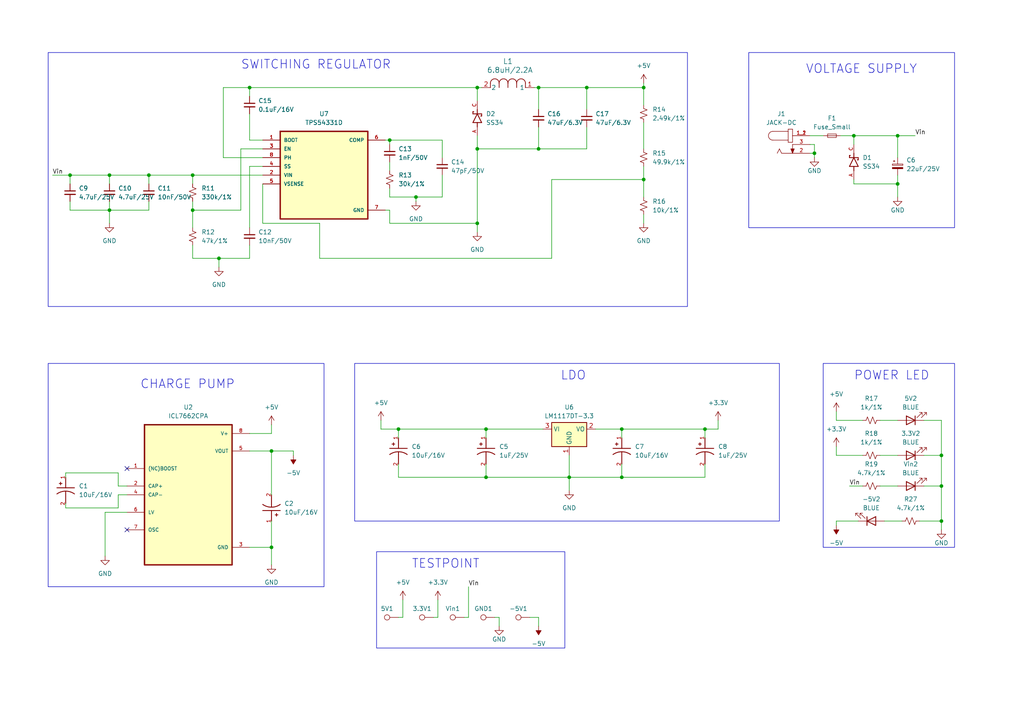
<source format=kicad_sch>
(kicad_sch (version 20230121) (generator eeschema)

  (uuid 710b4650-305a-4484-8b2c-59178b6a1d7a)

  (paper "A4")

  (title_block
    (title "POWER")
    (date "2023-12-10")
  )

  (lib_symbols
    (symbol "Connector:TestPoint" (pin_numbers hide) (pin_names (offset 0.762) hide) (in_bom yes) (on_board yes)
      (property "Reference" "TP" (at 0 6.858 0)
        (effects (font (size 1.27 1.27)))
      )
      (property "Value" "TestPoint" (at 0 5.08 0)
        (effects (font (size 1.27 1.27)))
      )
      (property "Footprint" "" (at 5.08 0 0)
        (effects (font (size 1.27 1.27)) hide)
      )
      (property "Datasheet" "~" (at 5.08 0 0)
        (effects (font (size 1.27 1.27)) hide)
      )
      (property "ki_keywords" "test point tp" (at 0 0 0)
        (effects (font (size 1.27 1.27)) hide)
      )
      (property "ki_description" "test point" (at 0 0 0)
        (effects (font (size 1.27 1.27)) hide)
      )
      (property "ki_fp_filters" "Pin* Test*" (at 0 0 0)
        (effects (font (size 1.27 1.27)) hide)
      )
      (symbol "TestPoint_0_1"
        (circle (center 0 3.302) (radius 0.762)
          (stroke (width 0) (type default))
          (fill (type none))
        )
      )
      (symbol "TestPoint_1_1"
        (pin passive line (at 0 0 90) (length 2.54)
          (name "1" (effects (font (size 1.27 1.27))))
          (number "1" (effects (font (size 1.27 1.27))))
        )
      )
    )
    (symbol "Device:C_Polarized_Small" (pin_numbers hide) (pin_names (offset 0.254) hide) (in_bom yes) (on_board yes)
      (property "Reference" "C" (at 0.254 1.778 0)
        (effects (font (size 1.27 1.27)) (justify left))
      )
      (property "Value" "C_Polarized_Small" (at 0.254 -2.032 0)
        (effects (font (size 1.27 1.27)) (justify left))
      )
      (property "Footprint" "" (at 0 0 0)
        (effects (font (size 1.27 1.27)) hide)
      )
      (property "Datasheet" "~" (at 0 0 0)
        (effects (font (size 1.27 1.27)) hide)
      )
      (property "ki_keywords" "cap capacitor" (at 0 0 0)
        (effects (font (size 1.27 1.27)) hide)
      )
      (property "ki_description" "Polarized capacitor, small symbol" (at 0 0 0)
        (effects (font (size 1.27 1.27)) hide)
      )
      (property "ki_fp_filters" "CP_*" (at 0 0 0)
        (effects (font (size 1.27 1.27)) hide)
      )
      (symbol "C_Polarized_Small_0_1"
        (rectangle (start -1.524 -0.3048) (end 1.524 -0.6858)
          (stroke (width 0) (type default))
          (fill (type outline))
        )
        (rectangle (start -1.524 0.6858) (end 1.524 0.3048)
          (stroke (width 0) (type default))
          (fill (type none))
        )
        (polyline
          (pts
            (xy -1.27 1.524)
            (xy -0.762 1.524)
          )
          (stroke (width 0) (type default))
          (fill (type none))
        )
        (polyline
          (pts
            (xy -1.016 1.27)
            (xy -1.016 1.778)
          )
          (stroke (width 0) (type default))
          (fill (type none))
        )
      )
      (symbol "C_Polarized_Small_1_1"
        (pin passive line (at 0 2.54 270) (length 1.8542)
          (name "~" (effects (font (size 1.27 1.27))))
          (number "1" (effects (font (size 1.27 1.27))))
        )
        (pin passive line (at 0 -2.54 90) (length 1.8542)
          (name "~" (effects (font (size 1.27 1.27))))
          (number "2" (effects (font (size 1.27 1.27))))
        )
      )
    )
    (symbol "Device:C_Small" (pin_numbers hide) (pin_names (offset 0.254) hide) (in_bom yes) (on_board yes)
      (property "Reference" "C" (at 0.254 1.778 0)
        (effects (font (size 1.27 1.27)) (justify left))
      )
      (property "Value" "C_Small" (at 0.254 -2.032 0)
        (effects (font (size 1.27 1.27)) (justify left))
      )
      (property "Footprint" "" (at 0 0 0)
        (effects (font (size 1.27 1.27)) hide)
      )
      (property "Datasheet" "~" (at 0 0 0)
        (effects (font (size 1.27 1.27)) hide)
      )
      (property "ki_keywords" "capacitor cap" (at 0 0 0)
        (effects (font (size 1.27 1.27)) hide)
      )
      (property "ki_description" "Unpolarized capacitor, small symbol" (at 0 0 0)
        (effects (font (size 1.27 1.27)) hide)
      )
      (property "ki_fp_filters" "C_*" (at 0 0 0)
        (effects (font (size 1.27 1.27)) hide)
      )
      (symbol "C_Small_0_1"
        (polyline
          (pts
            (xy -1.524 -0.508)
            (xy 1.524 -0.508)
          )
          (stroke (width 0.3302) (type default))
          (fill (type none))
        )
        (polyline
          (pts
            (xy -1.524 0.508)
            (xy 1.524 0.508)
          )
          (stroke (width 0.3048) (type default))
          (fill (type none))
        )
      )
      (symbol "C_Small_1_1"
        (pin passive line (at 0 2.54 270) (length 2.032)
          (name "~" (effects (font (size 1.27 1.27))))
          (number "1" (effects (font (size 1.27 1.27))))
        )
        (pin passive line (at 0 -2.54 90) (length 2.032)
          (name "~" (effects (font (size 1.27 1.27))))
          (number "2" (effects (font (size 1.27 1.27))))
        )
      )
    )
    (symbol "Device:Fuse_Small" (pin_numbers hide) (pin_names (offset 0.254) hide) (in_bom yes) (on_board yes)
      (property "Reference" "F" (at 0 -1.524 0)
        (effects (font (size 1.27 1.27)))
      )
      (property "Value" "Fuse_Small" (at 0 1.524 0)
        (effects (font (size 1.27 1.27)))
      )
      (property "Footprint" "" (at 0 0 0)
        (effects (font (size 1.27 1.27)) hide)
      )
      (property "Datasheet" "~" (at 0 0 0)
        (effects (font (size 1.27 1.27)) hide)
      )
      (property "ki_keywords" "fuse" (at 0 0 0)
        (effects (font (size 1.27 1.27)) hide)
      )
      (property "ki_description" "Fuse, small symbol" (at 0 0 0)
        (effects (font (size 1.27 1.27)) hide)
      )
      (property "ki_fp_filters" "*Fuse*" (at 0 0 0)
        (effects (font (size 1.27 1.27)) hide)
      )
      (symbol "Fuse_Small_0_1"
        (rectangle (start -1.27 0.508) (end 1.27 -0.508)
          (stroke (width 0) (type default))
          (fill (type none))
        )
        (polyline
          (pts
            (xy -1.27 0)
            (xy 1.27 0)
          )
          (stroke (width 0) (type default))
          (fill (type none))
        )
      )
      (symbol "Fuse_Small_1_1"
        (pin passive line (at -2.54 0 0) (length 1.27)
          (name "~" (effects (font (size 1.27 1.27))))
          (number "1" (effects (font (size 1.27 1.27))))
        )
        (pin passive line (at 2.54 0 180) (length 1.27)
          (name "~" (effects (font (size 1.27 1.27))))
          (number "2" (effects (font (size 1.27 1.27))))
        )
      )
    )
    (symbol "Device:LED" (pin_numbers hide) (pin_names (offset 1.016) hide) (in_bom yes) (on_board yes)
      (property "Reference" "D" (at 0 2.54 0)
        (effects (font (size 1.27 1.27)))
      )
      (property "Value" "LED" (at 0 -2.54 0)
        (effects (font (size 1.27 1.27)))
      )
      (property "Footprint" "" (at 0 0 0)
        (effects (font (size 1.27 1.27)) hide)
      )
      (property "Datasheet" "~" (at 0 0 0)
        (effects (font (size 1.27 1.27)) hide)
      )
      (property "ki_keywords" "LED diode" (at 0 0 0)
        (effects (font (size 1.27 1.27)) hide)
      )
      (property "ki_description" "Light emitting diode" (at 0 0 0)
        (effects (font (size 1.27 1.27)) hide)
      )
      (property "ki_fp_filters" "LED* LED_SMD:* LED_THT:*" (at 0 0 0)
        (effects (font (size 1.27 1.27)) hide)
      )
      (symbol "LED_0_1"
        (polyline
          (pts
            (xy -1.27 -1.27)
            (xy -1.27 1.27)
          )
          (stroke (width 0.254) (type default))
          (fill (type none))
        )
        (polyline
          (pts
            (xy -1.27 0)
            (xy 1.27 0)
          )
          (stroke (width 0) (type default))
          (fill (type none))
        )
        (polyline
          (pts
            (xy 1.27 -1.27)
            (xy 1.27 1.27)
            (xy -1.27 0)
            (xy 1.27 -1.27)
          )
          (stroke (width 0.254) (type default))
          (fill (type none))
        )
        (polyline
          (pts
            (xy -3.048 -0.762)
            (xy -4.572 -2.286)
            (xy -3.81 -2.286)
            (xy -4.572 -2.286)
            (xy -4.572 -1.524)
          )
          (stroke (width 0) (type default))
          (fill (type none))
        )
        (polyline
          (pts
            (xy -1.778 -0.762)
            (xy -3.302 -2.286)
            (xy -2.54 -2.286)
            (xy -3.302 -2.286)
            (xy -3.302 -1.524)
          )
          (stroke (width 0) (type default))
          (fill (type none))
        )
      )
      (symbol "LED_1_1"
        (pin passive line (at -3.81 0 0) (length 2.54)
          (name "K" (effects (font (size 1.27 1.27))))
          (number "1" (effects (font (size 1.27 1.27))))
        )
        (pin passive line (at 3.81 0 180) (length 2.54)
          (name "A" (effects (font (size 1.27 1.27))))
          (number "2" (effects (font (size 1.27 1.27))))
        )
      )
    )
    (symbol "Device:R_Small_US" (pin_numbers hide) (pin_names (offset 0.254) hide) (in_bom yes) (on_board yes)
      (property "Reference" "R" (at 0.762 0.508 0)
        (effects (font (size 1.27 1.27)) (justify left))
      )
      (property "Value" "R_Small_US" (at 0.762 -1.016 0)
        (effects (font (size 1.27 1.27)) (justify left))
      )
      (property "Footprint" "" (at 0 0 0)
        (effects (font (size 1.27 1.27)) hide)
      )
      (property "Datasheet" "~" (at 0 0 0)
        (effects (font (size 1.27 1.27)) hide)
      )
      (property "ki_keywords" "r resistor" (at 0 0 0)
        (effects (font (size 1.27 1.27)) hide)
      )
      (property "ki_description" "Resistor, small US symbol" (at 0 0 0)
        (effects (font (size 1.27 1.27)) hide)
      )
      (property "ki_fp_filters" "R_*" (at 0 0 0)
        (effects (font (size 1.27 1.27)) hide)
      )
      (symbol "R_Small_US_1_1"
        (polyline
          (pts
            (xy 0 0)
            (xy 1.016 -0.381)
            (xy 0 -0.762)
            (xy -1.016 -1.143)
            (xy 0 -1.524)
          )
          (stroke (width 0) (type default))
          (fill (type none))
        )
        (polyline
          (pts
            (xy 0 1.524)
            (xy 1.016 1.143)
            (xy 0 0.762)
            (xy -1.016 0.381)
            (xy 0 0)
          )
          (stroke (width 0) (type default))
          (fill (type none))
        )
        (pin passive line (at 0 2.54 270) (length 1.016)
          (name "~" (effects (font (size 1.27 1.27))))
          (number "1" (effects (font (size 1.27 1.27))))
        )
        (pin passive line (at 0 -2.54 90) (length 1.016)
          (name "~" (effects (font (size 1.27 1.27))))
          (number "2" (effects (font (size 1.27 1.27))))
        )
      )
    )
    (symbol "ICL7662CPA:ICL7662CPA" (pin_names (offset 1.016)) (in_bom yes) (on_board yes)
      (property "Reference" "U" (at -12.7 21.32 0)
        (effects (font (size 1.27 1.27)) (justify left bottom))
      )
      (property "Value" "ICL7662CPA" (at -12.7 -24.32 0)
        (effects (font (size 1.27 1.27)) (justify left bottom))
      )
      (property "Footprint" "ICL7662CPA:DIP794W47P254L991H457Q8" (at 0 0 0)
        (effects (font (size 1.27 1.27)) (justify bottom) hide)
      )
      (property "Datasheet" "" (at 0 0 0)
        (effects (font (size 1.27 1.27)) hide)
      )
      (property "MF" "Rochester Electronics, LLC" (at 0 0 0)
        (effects (font (size 1.27 1.27)) (justify bottom) hide)
      )
      (property "Description" "\nICL7662 CMOS VOLTAGE CONVERTER\n" (at 0 0 0)
        (effects (font (size 1.27 1.27)) (justify bottom) hide)
      )
      (property "Package" "None" (at 0 0 0)
        (effects (font (size 1.27 1.27)) (justify bottom) hide)
      )
      (property "Price" "None" (at 0 0 0)
        (effects (font (size 1.27 1.27)) (justify bottom) hide)
      )
      (property "SnapEDA_Link" "https://www.snapeda.com/parts/ICL7662CPA/Rochester+Electronics/view-part/?ref=snap" (at 0 0 0)
        (effects (font (size 1.27 1.27)) (justify bottom) hide)
      )
      (property "MP" "ICL7662CPA" (at 0 0 0)
        (effects (font (size 1.27 1.27)) (justify bottom) hide)
      )
      (property "Availability" "Not in stock" (at 0 0 0)
        (effects (font (size 1.27 1.27)) (justify bottom) hide)
      )
      (property "Check_prices" "https://www.snapeda.com/parts/ICL7662CPA/Rochester+Electronics/view-part/?ref=eda" (at 0 0 0)
        (effects (font (size 1.27 1.27)) (justify bottom) hide)
      )
      (symbol "ICL7662CPA_0_0"
        (rectangle (start -12.7 -20.32) (end 12.7 20.32)
          (stroke (width 0.41) (type default))
          (fill (type background))
        )
        (pin bidirectional line (at -17.78 7.62 0) (length 5.08)
          (name "(NC)BOOST" (effects (font (size 1.016 1.016))))
          (number "1" (effects (font (size 1.016 1.016))))
        )
        (pin bidirectional line (at -17.78 2.54 0) (length 5.08)
          (name "CAP+" (effects (font (size 1.016 1.016))))
          (number "2" (effects (font (size 1.016 1.016))))
        )
        (pin power_in line (at 17.78 -15.24 180) (length 5.08)
          (name "GND" (effects (font (size 1.016 1.016))))
          (number "3" (effects (font (size 1.016 1.016))))
        )
        (pin bidirectional line (at -17.78 0 0) (length 5.08)
          (name "CAP-" (effects (font (size 1.016 1.016))))
          (number "4" (effects (font (size 1.016 1.016))))
        )
        (pin output line (at 17.78 12.7 180) (length 5.08)
          (name "VOUT" (effects (font (size 1.016 1.016))))
          (number "5" (effects (font (size 1.016 1.016))))
        )
        (pin bidirectional line (at -17.78 -5.08 0) (length 5.08)
          (name "LV" (effects (font (size 1.016 1.016))))
          (number "6" (effects (font (size 1.016 1.016))))
        )
        (pin bidirectional line (at -17.78 -10.16 0) (length 5.08)
          (name "OSC" (effects (font (size 1.016 1.016))))
          (number "7" (effects (font (size 1.016 1.016))))
        )
        (pin power_in line (at 17.78 17.78 180) (length 5.08)
          (name "V+" (effects (font (size 1.016 1.016))))
          (number "8" (effects (font (size 1.016 1.016))))
        )
      )
    )
    (symbol "Inductor_5852:SDE0604A-330M" (pin_names (offset 0.254)) (in_bom yes) (on_board yes)
      (property "Reference" "L" (at 6.985 5.08 0)
        (effects (font (size 1.524 1.524)))
      )
      (property "Value" "SDE0604A-330M" (at 6.985 -2.54 0)
        (effects (font (size 1.524 1.524)))
      )
      (property "Footprint" "IND_SDE0604A_5P8X5P2X4P5_BRN" (at 0 0 0)
        (effects (font (size 1.27 1.27) italic) hide)
      )
      (property "Datasheet" "SDE0604A-330M" (at 0 0 0)
        (effects (font (size 1.27 1.27) italic) hide)
      )
      (property "ki_locked" "" (at 0 0 0)
        (effects (font (size 1.27 1.27)))
      )
      (property "ki_keywords" "SDE0604A-330M" (at 0 0 0)
        (effects (font (size 1.27 1.27)) hide)
      )
      (property "ki_fp_filters" "IND_SDE0604A_5P8X5P2X4P5_BRN IND_SDE0604A_5P8X5P2X4P5_BRN-M IND_SDE0604A_5P8X5P2X4P5_BRN-L" (at 0 0 0)
        (effects (font (size 1.27 1.27)) hide)
      )
      (symbol "SDE0604A-330M_1_1"
        (polyline
          (pts
            (xy 2.54 0)
            (xy 2.54 1.27)
          )
          (stroke (width 0.2032) (type default))
          (fill (type none))
        )
        (polyline
          (pts
            (xy 5.08 0)
            (xy 5.08 1.27)
          )
          (stroke (width 0.2032) (type default))
          (fill (type none))
        )
        (polyline
          (pts
            (xy 7.62 0)
            (xy 7.62 1.27)
          )
          (stroke (width 0.2032) (type default))
          (fill (type none))
        )
        (polyline
          (pts
            (xy 10.16 0)
            (xy 10.16 1.27)
          )
          (stroke (width 0.2032) (type default))
          (fill (type none))
        )
        (polyline
          (pts
            (xy 12.7 0)
            (xy 12.7 1.27)
          )
          (stroke (width 0.2032) (type default))
          (fill (type none))
        )
        (arc (start 5.08 1.27) (mid 3.81 2.5345) (end 2.54 1.27)
          (stroke (width 0.2032) (type default))
          (fill (type none))
        )
        (arc (start 7.62 1.27) (mid 6.35 2.5345) (end 5.08 1.27)
          (stroke (width 0.2032) (type default))
          (fill (type none))
        )
        (arc (start 10.16 1.27) (mid 8.89 2.5345) (end 7.62 1.27)
          (stroke (width 0.2032) (type default))
          (fill (type none))
        )
        (arc (start 12.7 1.27) (mid 11.43 2.5345) (end 10.16 1.27)
          (stroke (width 0.2032) (type default))
          (fill (type none))
        )
        (pin unspecified line (at 15.24 0 180) (length 2.54)
          (name "1" (effects (font (size 1.27 1.27))))
          (number "1" (effects (font (size 1.27 1.27))))
        )
        (pin unspecified line (at 0 0 0) (length 2.54)
          (name "2" (effects (font (size 1.27 1.27))))
          (number "2" (effects (font (size 1.27 1.27))))
        )
      )
      (symbol "SDE0604A-330M_1_2"
        (arc (start -1.27 5.08) (mid -2.5345 3.81) (end -1.27 2.54)
          (stroke (width 0.2032) (type default))
          (fill (type none))
        )
        (arc (start -1.27 7.62) (mid -2.5345 6.35) (end -1.27 5.08)
          (stroke (width 0.2032) (type default))
          (fill (type none))
        )
        (arc (start -1.27 10.16) (mid -2.5345 8.89) (end -1.27 7.62)
          (stroke (width 0.2032) (type default))
          (fill (type none))
        )
        (arc (start -1.27 12.7) (mid -2.5345 11.43) (end -1.27 10.16)
          (stroke (width 0.2032) (type default))
          (fill (type none))
        )
        (polyline
          (pts
            (xy 0 2.54)
            (xy -1.27 2.54)
          )
          (stroke (width 0.2032) (type default))
          (fill (type none))
        )
        (polyline
          (pts
            (xy 0 5.08)
            (xy -1.27 5.08)
          )
          (stroke (width 0.2032) (type default))
          (fill (type none))
        )
        (polyline
          (pts
            (xy 0 7.62)
            (xy -1.27 7.62)
          )
          (stroke (width 0.2032) (type default))
          (fill (type none))
        )
        (polyline
          (pts
            (xy 0 10.16)
            (xy -1.27 10.16)
          )
          (stroke (width 0.2032) (type default))
          (fill (type none))
        )
        (polyline
          (pts
            (xy 0 12.7)
            (xy -1.27 12.7)
          )
          (stroke (width 0.2032) (type default))
          (fill (type none))
        )
        (pin unspecified line (at 0 15.24 270) (length 2.54)
          (name "1" (effects (font (size 1.27 1.27))))
          (number "1" (effects (font (size 1.27 1.27))))
        )
        (pin unspecified line (at 0 0 90) (length 2.54)
          (name "2" (effects (font (size 1.27 1.27))))
          (number "2" (effects (font (size 1.27 1.27))))
        )
      )
    )
    (symbol "PRT-12748:Jack_DC_5" (pin_names (offset 1.016)) (in_bom yes) (on_board yes)
      (property "Reference" "J" (at -7.6246 5.0831 0)
        (effects (font (size 1.27 1.27)) (justify left bottom))
      )
      (property "Value" "JACK-DC" (at -7.632 -5.088 0)
        (effects (font (size 1.27 1.27)) (justify left bottom))
      )
      (property "Footprint" "PRT-12748:SPARKFUN_PRT-12748" (at 0 0 0)
        (effects (font (size 1.27 1.27)) (justify bottom) hide)
      )
      (property "Datasheet" "" (at 0 0 0)
        (effects (font (size 1.27 1.27)) hide)
      )
      (property "Description" "Jack DC 5mm" (at 0 0 0)
        (effects (font (size 1.27 1.27)) (justify bottom) hide)
      )
      (property "URL" "https://www.thegioiic.com/dc050-dau-noi-nguon-dc-cai-5521-dan-smd-kim-2-1mm" (at 0 0 0)
        (effects (font (size 1.27 1.27)) hide)
      )
      (symbol "Jack_DC_5_0_0"
        (arc (start -5.715 3.81) (mid -6.9795 2.54) (end -5.715 1.27)
          (stroke (width 0.1524) (type default))
          (fill (type none))
        )
        (polyline
          (pts
            (xy -5.715 3.81)
            (xy -1.27 3.81)
          )
          (stroke (width 0.1524) (type default))
          (fill (type none))
        )
        (polyline
          (pts
            (xy -3.81 -1.27)
            (xy -4.445 -2.54)
          )
          (stroke (width 0.1524) (type default))
          (fill (type none))
        )
        (polyline
          (pts
            (xy -3.175 -2.54)
            (xy -3.81 -1.27)
          )
          (stroke (width 0.1524) (type default))
          (fill (type none))
        )
        (polyline
          (pts
            (xy -1.27 0.635)
            (xy 0 0.635)
          )
          (stroke (width 0.1524) (type default))
          (fill (type none))
        )
        (polyline
          (pts
            (xy -1.27 1.27)
            (xy -5.715 1.27)
          )
          (stroke (width 0.1524) (type default))
          (fill (type none))
        )
        (polyline
          (pts
            (xy -1.27 1.27)
            (xy -1.27 0.635)
          )
          (stroke (width 0.1524) (type default))
          (fill (type none))
        )
        (polyline
          (pts
            (xy -1.27 3.81)
            (xy -1.27 1.27)
          )
          (stroke (width 0.1524) (type default))
          (fill (type none))
        )
        (polyline
          (pts
            (xy -1.27 4.445)
            (xy -1.27 3.81)
          )
          (stroke (width 0.1524) (type default))
          (fill (type none))
        )
        (polyline
          (pts
            (xy 0 -2.54)
            (xy -3.175 -2.54)
          )
          (stroke (width 0.1524) (type default))
          (fill (type none))
        )
        (polyline
          (pts
            (xy 0 0)
            (xy 0 -2.54)
          )
          (stroke (width 0.1524) (type default))
          (fill (type none))
        )
        (polyline
          (pts
            (xy 0 0.635)
            (xy 0 4.445)
          )
          (stroke (width 0.1524) (type default))
          (fill (type none))
        )
        (polyline
          (pts
            (xy 0 4.445)
            (xy -1.27 4.445)
          )
          (stroke (width 0.1524) (type default))
          (fill (type none))
        )
        (polyline
          (pts
            (xy 0 -2.54)
            (xy -0.508 -1.27)
            (xy 0.508 -1.27)
            (xy 0 -2.54)
          )
          (stroke (width 0.1524) (type default))
          (fill (type outline))
        )
        (pin passive line (at 5.08 2.54 180) (length 5.08)
          (name "~" (effects (font (size 1.016 1.016))))
          (number "1_1" (effects (font (size 1.016 1.016))))
        )
        (pin passive line (at 5.08 2.54 180) (length 5.08)
          (name "~" (effects (font (size 1.016 1.016))))
          (number "1_2" (effects (font (size 1.016 1.016))))
        )
        (pin passive line (at 5.08 -2.54 180) (length 5.08)
          (name "~" (effects (font (size 1.016 1.016))))
          (number "2" (effects (font (size 1.016 1.016))))
        )
        (pin passive line (at 5.08 0 180) (length 5.08)
          (name "~" (effects (font (size 1.016 1.016))))
          (number "3" (effects (font (size 1.016 1.016))))
        )
      )
    )
    (symbol "Regulator_Linear:LM1117DT-3.3" (in_bom yes) (on_board yes)
      (property "Reference" "U" (at -3.81 3.175 0)
        (effects (font (size 1.27 1.27)))
      )
      (property "Value" "LM1117DT-3.3" (at 0 3.175 0)
        (effects (font (size 1.27 1.27)) (justify left))
      )
      (property "Footprint" "Package_TO_SOT_SMD:TO-252-3_TabPin2" (at 0 0 0)
        (effects (font (size 1.27 1.27)) hide)
      )
      (property "Datasheet" "http://www.ti.com/lit/ds/symlink/lm1117.pdf" (at 0 0 0)
        (effects (font (size 1.27 1.27)) hide)
      )
      (property "ki_keywords" "linear regulator ldo fixed positive" (at 0 0 0)
        (effects (font (size 1.27 1.27)) hide)
      )
      (property "ki_description" "800mA Low-Dropout Linear Regulator, 3.3V fixed output, TO-252" (at 0 0 0)
        (effects (font (size 1.27 1.27)) hide)
      )
      (property "ki_fp_filters" "TO?252*" (at 0 0 0)
        (effects (font (size 1.27 1.27)) hide)
      )
      (symbol "LM1117DT-3.3_0_1"
        (rectangle (start -5.08 -5.08) (end 5.08 1.905)
          (stroke (width 0.254) (type default))
          (fill (type background))
        )
      )
      (symbol "LM1117DT-3.3_1_1"
        (pin power_in line (at 0 -7.62 90) (length 2.54)
          (name "GND" (effects (font (size 1.27 1.27))))
          (number "1" (effects (font (size 1.27 1.27))))
        )
        (pin power_out line (at 7.62 0 180) (length 2.54)
          (name "VO" (effects (font (size 1.27 1.27))))
          (number "2" (effects (font (size 1.27 1.27))))
        )
        (pin power_in line (at -7.62 0 0) (length 2.54)
          (name "VI" (effects (font (size 1.27 1.27))))
          (number "3" (effects (font (size 1.27 1.27))))
        )
      )
    )
    (symbol "SS34:SS34" (pin_names (offset 1.016)) (in_bom yes) (on_board yes)
      (property "Reference" "D" (at -5.08 2.54 0)
        (effects (font (size 1.27 1.27)) (justify left bottom))
      )
      (property "Value" "SS34" (at -5.08 -3.81 0)
        (effects (font (size 1.27 1.27)) (justify left bottom))
      )
      (property "Footprint" "" (at 0 0 0)
        (effects (font (size 1.27 1.27)) (justify bottom) hide)
      )
      (property "Datasheet" "" (at 0 0 0)
        (effects (font (size 1.27 1.27)) hide)
      )
      (property "PARTREV" "" (at 0 0 0)
        (effects (font (size 1.27 1.27)) (justify bottom) hide)
      )
      (property "STANDARD" "" (at 0 0 0)
        (effects (font (size 1.27 1.27)) (justify bottom) hide)
      )
      (property "SNAPEDA_PACKAGE_ID" "" (at 0 0 0)
        (effects (font (size 1.27 1.27)) (justify bottom) hide)
      )
      (property "MAXIMUM_PACKAGE_HEIGHT" "" (at 0 0 0)
        (effects (font (size 1.27 1.27)) (justify bottom) hide)
      )
      (property "MANUFACTURER" "" (at 0 0 0)
        (effects (font (size 1.27 1.27)) (justify bottom) hide)
      )
      (symbol "SS34_0_0"
        (polyline
          (pts
            (xy -2.54 0)
            (xy -1.27 0)
          )
          (stroke (width 0.254) (type default))
          (fill (type none))
        )
        (polyline
          (pts
            (xy -1.27 -1.27)
            (xy 1.27 0)
          )
          (stroke (width 0.254) (type default))
          (fill (type none))
        )
        (polyline
          (pts
            (xy -1.27 0)
            (xy -1.27 -1.27)
          )
          (stroke (width 0.254) (type default))
          (fill (type none))
        )
        (polyline
          (pts
            (xy -1.27 1.27)
            (xy -1.27 0)
          )
          (stroke (width 0.254) (type default))
          (fill (type none))
        )
        (polyline
          (pts
            (xy 0.635 -1.016)
            (xy 0.635 -1.27)
          )
          (stroke (width 0.254) (type default))
          (fill (type none))
        )
        (polyline
          (pts
            (xy 1.27 -1.27)
            (xy 0.635 -1.27)
          )
          (stroke (width 0.254) (type default))
          (fill (type none))
        )
        (polyline
          (pts
            (xy 1.27 0)
            (xy -1.27 1.27)
          )
          (stroke (width 0.254) (type default))
          (fill (type none))
        )
        (polyline
          (pts
            (xy 1.27 0)
            (xy 1.27 -1.27)
          )
          (stroke (width 0.254) (type default))
          (fill (type none))
        )
        (polyline
          (pts
            (xy 1.27 1.27)
            (xy 1.27 0)
          )
          (stroke (width 0.254) (type default))
          (fill (type none))
        )
        (polyline
          (pts
            (xy 1.905 1.27)
            (xy 1.27 1.27)
          )
          (stroke (width 0.254) (type default))
          (fill (type none))
        )
        (polyline
          (pts
            (xy 1.905 1.27)
            (xy 1.905 1.016)
          )
          (stroke (width 0.254) (type default))
          (fill (type none))
        )
        (polyline
          (pts
            (xy 2.54 0)
            (xy 1.27 0)
          )
          (stroke (width 0.254) (type default))
          (fill (type none))
        )
        (pin passive line (at -5.08 0 0) (length 2.54)
          (name "~" (effects (font (size 1.016 1.016))))
          (number "A" (effects (font (size 1.016 1.016))))
        )
        (pin passive line (at 5.08 0 180) (length 2.54)
          (name "~" (effects (font (size 1.016 1.016))))
          (number "C" (effects (font (size 1.016 1.016))))
        )
      )
    )
    (symbol "TAJA105K025RNJ:TAJA105K025RNJ" (pin_names (offset 1.016)) (in_bom yes) (on_board yes)
      (property "Reference" "C" (at -5.08 3.81 0)
        (effects (font (size 1.27 1.27)) (justify left bottom))
      )
      (property "Value" "1uF/10%/25V/1206" (at -5.08 -5.08 0)
        (effects (font (size 1.27 1.27)) (justify left bottom))
      )
      (property "Footprint" "TAJA105K025RNJ:CAPMP3216X180N" (at 1.27 -8.89 0)
        (effects (font (size 1.27 1.27)) (justify bottom) hide)
      )
      (property "Datasheet" "" (at 0 0 0)
        (effects (font (size 1.27 1.27)) hide)
      )
      (property "Description" "TAJA105K025RNJ" (at 1.27 -8.89 0)
        (effects (font (size 1.27 1.27)) (justify bottom) hide)
      )
      (property "URL" "https://icdayroi.com/tu-tantalum-1uf-25v-smd3216" (at 0 0 0)
        (effects (font (size 1.27 1.27)) hide)
      )
      (symbol "TAJA105K025RNJ_0_0"
        (rectangle (start -3.713 -1.532) (end -2.824 -1.405)
          (stroke (width 0.1) (type default))
          (fill (type outline))
        )
        (rectangle (start -3.332 -1.913) (end -3.205 -1.024)
          (stroke (width 0.1) (type default))
          (fill (type outline))
        )
        (arc (start -0.254 2.54) (mid -1.0549 0) (end -0.254 -2.54)
          (stroke (width 0.254) (type default))
          (fill (type none))
        )
        (polyline
          (pts
            (xy -5.08 0)
            (xy -2.032 0)
          )
          (stroke (width 0.254) (type default))
          (fill (type none))
        )
        (polyline
          (pts
            (xy -2.032 2.54)
            (xy -2.032 -2.54)
          )
          (stroke (width 0.254) (type default))
          (fill (type none))
        )
        (polyline
          (pts
            (xy -1.016 0)
            (xy 2.54 0)
          )
          (stroke (width 0.254) (type default))
          (fill (type none))
        )
        (pin passive line (at -5.08 0 0) (length 0)
          (name "~" (effects (font (size 1.016 1.016))))
          (number "1" (effects (font (size 1.016 1.016))))
        )
        (pin passive line (at 2.54 0 180) (length 0)
          (name "~" (effects (font (size 1.016 1.016))))
          (number "2" (effects (font (size 1.016 1.016))))
        )
      )
    )
    (symbol "TAJA106K016RNJ:TAJA106K016RNJ" (pin_names (offset 1.016)) (in_bom yes) (on_board yes)
      (property "Reference" "C" (at -5.08 3.81 0)
        (effects (font (size 1.27 1.27)) (justify left bottom))
      )
      (property "Value" "10uF/10%/16V/1206" (at -5.08 -5.08 0)
        (effects (font (size 1.27 1.27)) (justify left bottom))
      )
      (property "Footprint" "TAJA106K016RNJ:CAPMP3216X180N" (at 0 -7.62 0)
        (effects (font (size 1.27 1.27)) (justify bottom) hide)
      )
      (property "Datasheet" "" (at 0 0 0)
        (effects (font (size 1.27 1.27)) hide)
      )
      (property "Description" "TAJA106K016RNJ" (at -1.27 -7.62 0)
        (effects (font (size 1.27 1.27)) (justify bottom) hide)
      )
      (property "URL" "https://www.thegioiic.com/tu-tantalum-10uf-16v-1206-taja106k016rnj" (at 0 -6.35 0)
        (effects (font (size 1.27 1.27)) hide)
      )
      (symbol "TAJA106K016RNJ_0_0"
        (rectangle (start -3.713 -1.532) (end -2.824 -1.405)
          (stroke (width 0.1) (type default))
          (fill (type outline))
        )
        (rectangle (start -3.332 -1.913) (end -3.205 -1.024)
          (stroke (width 0.1) (type default))
          (fill (type outline))
        )
        (arc (start -0.254 2.54) (mid -1.0549 0) (end -0.254 -2.54)
          (stroke (width 0.254) (type default))
          (fill (type none))
        )
        (polyline
          (pts
            (xy -5.08 0)
            (xy -2.032 0)
          )
          (stroke (width 0.254) (type default))
          (fill (type none))
        )
        (polyline
          (pts
            (xy -2.032 2.54)
            (xy -2.032 -2.54)
          )
          (stroke (width 0.254) (type default))
          (fill (type none))
        )
        (polyline
          (pts
            (xy -1.016 0)
            (xy 2.54 0)
          )
          (stroke (width 0.254) (type default))
          (fill (type none))
        )
        (pin passive line (at -5.08 0 0) (length 0)
          (name "~" (effects (font (size 1.016 1.016))))
          (number "1" (effects (font (size 1.016 1.016))))
        )
        (pin passive line (at 2.54 0 180) (length 0)
          (name "~" (effects (font (size 1.016 1.016))))
          (number "2" (effects (font (size 1.016 1.016))))
        )
      )
    )
    (symbol "TPS54331D:TPS54331D" (pin_names (offset 1.016)) (in_bom yes) (on_board yes)
      (property "Reference" "U" (at -12.7 13.7 0)
        (effects (font (size 1.27 1.27)) (justify left bottom))
      )
      (property "Value" "TPS54331D" (at -12.7 -16.7 0)
        (effects (font (size 1.27 1.27)) (justify left bottom))
      )
      (property "Footprint" "TPS54331D:SOIC127P599X175-8N" (at 1.27 -21.59 0)
        (effects (font (size 1.27 1.27)) (justify bottom) hide)
      )
      (property "Datasheet" "" (at 0 0 0)
        (effects (font (size 1.27 1.27)) hide)
      )
      (property "Description" "input: 3.5-28VDC, output: 0.8-25VDC, 1 output" (at 2.54 -21.59 0)
        (effects (font (size 1.27 1.27)) (justify bottom) hide)
      )
      (property "URL" "https://www.thegioiic.com/tps54331dr-ic-dieu-chinh-giam-ap-3a-8-soic" (at -2.54 -20.32 0)
        (effects (font (size 1.27 1.27)) hide)
      )
      (symbol "TPS54331D_0_0"
        (rectangle (start -12.7 -12.7) (end 12.7 12.7)
          (stroke (width 0.41) (type default))
          (fill (type background))
        )
        (pin input line (at -17.78 10.16 0) (length 5.08)
          (name "BOOT" (effects (font (size 1.016 1.016))))
          (number "1" (effects (font (size 1.016 1.016))))
        )
        (pin input line (at -17.78 0 0) (length 5.08)
          (name "VIN" (effects (font (size 1.016 1.016))))
          (number "2" (effects (font (size 1.016 1.016))))
        )
        (pin input line (at -17.78 7.62 0) (length 5.08)
          (name "EN" (effects (font (size 1.016 1.016))))
          (number "3" (effects (font (size 1.016 1.016))))
        )
        (pin input line (at -17.78 2.54 0) (length 5.08)
          (name "SS" (effects (font (size 1.016 1.016))))
          (number "4" (effects (font (size 1.016 1.016))))
        )
        (pin input line (at -17.78 -2.54 0) (length 5.08)
          (name "VSENSE" (effects (font (size 1.016 1.016))))
          (number "5" (effects (font (size 1.016 1.016))))
        )
        (pin output line (at 17.78 10.16 180) (length 5.08)
          (name "COMP" (effects (font (size 1.016 1.016))))
          (number "6" (effects (font (size 1.016 1.016))))
        )
        (pin power_in line (at 17.78 -10.16 180) (length 5.08)
          (name "GND" (effects (font (size 1.016 1.016))))
          (number "7" (effects (font (size 1.016 1.016))))
        )
        (pin input line (at -17.78 5.08 0) (length 5.08)
          (name "PH" (effects (font (size 1.016 1.016))))
          (number "8" (effects (font (size 1.016 1.016))))
        )
      )
    )
    (symbol "power:+3.3V" (power) (pin_names (offset 0)) (in_bom yes) (on_board yes)
      (property "Reference" "#PWR" (at 0 -3.81 0)
        (effects (font (size 1.27 1.27)) hide)
      )
      (property "Value" "+3.3V" (at 0 3.556 0)
        (effects (font (size 1.27 1.27)))
      )
      (property "Footprint" "" (at 0 0 0)
        (effects (font (size 1.27 1.27)) hide)
      )
      (property "Datasheet" "" (at 0 0 0)
        (effects (font (size 1.27 1.27)) hide)
      )
      (property "ki_keywords" "global power" (at 0 0 0)
        (effects (font (size 1.27 1.27)) hide)
      )
      (property "ki_description" "Power symbol creates a global label with name \"+3.3V\"" (at 0 0 0)
        (effects (font (size 1.27 1.27)) hide)
      )
      (symbol "+3.3V_0_1"
        (polyline
          (pts
            (xy -0.762 1.27)
            (xy 0 2.54)
          )
          (stroke (width 0) (type default))
          (fill (type none))
        )
        (polyline
          (pts
            (xy 0 0)
            (xy 0 2.54)
          )
          (stroke (width 0) (type default))
          (fill (type none))
        )
        (polyline
          (pts
            (xy 0 2.54)
            (xy 0.762 1.27)
          )
          (stroke (width 0) (type default))
          (fill (type none))
        )
      )
      (symbol "+3.3V_1_1"
        (pin power_in line (at 0 0 90) (length 0) hide
          (name "+3.3V" (effects (font (size 1.27 1.27))))
          (number "1" (effects (font (size 1.27 1.27))))
        )
      )
    )
    (symbol "power:+5V" (power) (pin_names (offset 0)) (in_bom yes) (on_board yes)
      (property "Reference" "#PWR" (at 0 -3.81 0)
        (effects (font (size 1.27 1.27)) hide)
      )
      (property "Value" "+5V" (at 0 3.556 0)
        (effects (font (size 1.27 1.27)))
      )
      (property "Footprint" "" (at 0 0 0)
        (effects (font (size 1.27 1.27)) hide)
      )
      (property "Datasheet" "" (at 0 0 0)
        (effects (font (size 1.27 1.27)) hide)
      )
      (property "ki_keywords" "global power" (at 0 0 0)
        (effects (font (size 1.27 1.27)) hide)
      )
      (property "ki_description" "Power symbol creates a global label with name \"+5V\"" (at 0 0 0)
        (effects (font (size 1.27 1.27)) hide)
      )
      (symbol "+5V_0_1"
        (polyline
          (pts
            (xy -0.762 1.27)
            (xy 0 2.54)
          )
          (stroke (width 0) (type default))
          (fill (type none))
        )
        (polyline
          (pts
            (xy 0 0)
            (xy 0 2.54)
          )
          (stroke (width 0) (type default))
          (fill (type none))
        )
        (polyline
          (pts
            (xy 0 2.54)
            (xy 0.762 1.27)
          )
          (stroke (width 0) (type default))
          (fill (type none))
        )
      )
      (symbol "+5V_1_1"
        (pin power_in line (at 0 0 90) (length 0) hide
          (name "+5V" (effects (font (size 1.27 1.27))))
          (number "1" (effects (font (size 1.27 1.27))))
        )
      )
    )
    (symbol "power:-5V" (power) (pin_names (offset 0)) (in_bom yes) (on_board yes)
      (property "Reference" "#PWR" (at 0 2.54 0)
        (effects (font (size 1.27 1.27)) hide)
      )
      (property "Value" "-5V" (at 0 3.81 0)
        (effects (font (size 1.27 1.27)))
      )
      (property "Footprint" "" (at 0 0 0)
        (effects (font (size 1.27 1.27)) hide)
      )
      (property "Datasheet" "" (at 0 0 0)
        (effects (font (size 1.27 1.27)) hide)
      )
      (property "ki_keywords" "global power" (at 0 0 0)
        (effects (font (size 1.27 1.27)) hide)
      )
      (property "ki_description" "Power symbol creates a global label with name \"-5V\"" (at 0 0 0)
        (effects (font (size 1.27 1.27)) hide)
      )
      (symbol "-5V_0_0"
        (pin power_in line (at 0 0 90) (length 0) hide
          (name "-5V" (effects (font (size 1.27 1.27))))
          (number "1" (effects (font (size 1.27 1.27))))
        )
      )
      (symbol "-5V_0_1"
        (polyline
          (pts
            (xy 0 0)
            (xy 0 1.27)
            (xy 0.762 1.27)
            (xy 0 2.54)
            (xy -0.762 1.27)
            (xy 0 1.27)
          )
          (stroke (width 0) (type default))
          (fill (type outline))
        )
      )
    )
    (symbol "power:GND" (power) (pin_names (offset 0)) (in_bom yes) (on_board yes)
      (property "Reference" "#PWR" (at 0 -6.35 0)
        (effects (font (size 1.27 1.27)) hide)
      )
      (property "Value" "GND" (at 0 -3.81 0)
        (effects (font (size 1.27 1.27)))
      )
      (property "Footprint" "" (at 0 0 0)
        (effects (font (size 1.27 1.27)) hide)
      )
      (property "Datasheet" "" (at 0 0 0)
        (effects (font (size 1.27 1.27)) hide)
      )
      (property "ki_keywords" "global power" (at 0 0 0)
        (effects (font (size 1.27 1.27)) hide)
      )
      (property "ki_description" "Power symbol creates a global label with name \"GND\" , ground" (at 0 0 0)
        (effects (font (size 1.27 1.27)) hide)
      )
      (symbol "GND_0_1"
        (polyline
          (pts
            (xy 0 0)
            (xy 0 -1.27)
            (xy 1.27 -1.27)
            (xy 0 -2.54)
            (xy -1.27 -1.27)
            (xy 0 -1.27)
          )
          (stroke (width 0) (type default))
          (fill (type none))
        )
      )
      (symbol "GND_1_1"
        (pin power_in line (at 0 0 270) (length 0) hide
          (name "GND" (effects (font (size 1.27 1.27))))
          (number "1" (effects (font (size 1.27 1.27))))
        )
      )
    )
  )

  (junction (at 115.57 124.46) (diameter 0) (color 0 0 0 0)
    (uuid 0a7d054c-579a-42e0-a8cc-08eac1d2d856)
  )
  (junction (at 186.69 52.07) (diameter 0) (color 0 0 0 0)
    (uuid 0b57a811-9f74-442c-9a3f-2cd66b35cf8f)
  )
  (junction (at 140.97 138.43) (diameter 0) (color 0 0 0 0)
    (uuid 18d602ae-64a9-42d3-a3a0-58ddf837fdde)
  )
  (junction (at 247.65 39.37) (diameter 0) (color 0 0 0 0)
    (uuid 19fe16ea-9163-46df-a53f-6acc92abd957)
  )
  (junction (at 43.18 50.8) (diameter 0) (color 0 0 0 0)
    (uuid 1a3efb31-0f7d-4261-aba1-ca82d6cb18d6)
  )
  (junction (at 20.32 50.8) (diameter 0) (color 0 0 0 0)
    (uuid 264aa971-812f-45ed-ae64-82c183ea3740)
  )
  (junction (at 180.34 124.46) (diameter 0) (color 0 0 0 0)
    (uuid 39f64cd7-fdd3-4af3-b8f0-1bbcd4fea3ee)
  )
  (junction (at 273.05 151.13) (diameter 0) (color 0 0 0 0)
    (uuid 3bf8090d-b5cb-4760-b470-e6e10546b860)
  )
  (junction (at 138.43 43.18) (diameter 0) (color 0 0 0 0)
    (uuid 3f6171b4-27ed-40cb-9ec9-ba69082f94d1)
  )
  (junction (at 273.05 140.97) (diameter 0) (color 0 0 0 0)
    (uuid 4404f661-5d3a-406f-9aa9-12c24bc3bc02)
  )
  (junction (at 260.35 53.34) (diameter 0) (color 0 0 0 0)
    (uuid 45a2946c-c553-4ab3-9337-c6f16c4e65fd)
  )
  (junction (at 140.97 124.46) (diameter 0) (color 0 0 0 0)
    (uuid 5f9fa8c7-99e1-4422-a26d-fb4f495e9bba)
  )
  (junction (at 186.69 25.4) (diameter 0) (color 0 0 0 0)
    (uuid 757dd789-e5b1-47a7-958d-50f1c5aaf410)
  )
  (junction (at 55.88 50.8) (diameter 0) (color 0 0 0 0)
    (uuid 875a08d6-aa8b-4e83-b4dc-65b4a6ae3a45)
  )
  (junction (at 156.21 43.18) (diameter 0) (color 0 0 0 0)
    (uuid 8984e8d4-e503-40bd-a118-af3d700ceae8)
  )
  (junction (at 138.43 64.77) (diameter 0) (color 0 0 0 0)
    (uuid 8a6645d9-0fa4-4d56-969b-1bf562b46235)
  )
  (junction (at 156.21 25.4) (diameter 0) (color 0 0 0 0)
    (uuid 8d3679ea-e80b-481c-9582-e7e96b4dea92)
  )
  (junction (at 78.74 158.75) (diameter 0) (color 0 0 0 0)
    (uuid 90d163cb-6b97-4d68-8702-1cef2af10a8d)
  )
  (junction (at 55.88 60.96) (diameter 0) (color 0 0 0 0)
    (uuid 962007e3-e8db-48c1-8377-aec11fc9b18e)
  )
  (junction (at 180.34 138.43) (diameter 0) (color 0 0 0 0)
    (uuid a4425294-417f-4408-946a-050a5979e170)
  )
  (junction (at 63.5 74.93) (diameter 0) (color 0 0 0 0)
    (uuid a6f6d751-9d89-492f-9b59-76adf4b8a988)
  )
  (junction (at 170.18 25.4) (diameter 0) (color 0 0 0 0)
    (uuid b3495bb5-24c2-4a95-bf57-a79d737984b8)
  )
  (junction (at 236.22 44.45) (diameter 0) (color 0 0 0 0)
    (uuid b419b31e-7f56-490a-ba21-f6fc4232f0d1)
  )
  (junction (at 31.75 60.96) (diameter 0) (color 0 0 0 0)
    (uuid b7172d5c-dcb3-4433-84f4-aeb923daecbe)
  )
  (junction (at 273.05 132.08) (diameter 0) (color 0 0 0 0)
    (uuid b9af5574-4ef5-4cdf-9a06-daecdaf175ba)
  )
  (junction (at 78.74 130.81) (diameter 0) (color 0 0 0 0)
    (uuid bc12013e-3e4f-482c-8938-35955c27b12e)
  )
  (junction (at 204.47 124.46) (diameter 0) (color 0 0 0 0)
    (uuid be3fd334-bc6c-4344-ad08-a7f7870aa381)
  )
  (junction (at 120.65 57.15) (diameter 0) (color 0 0 0 0)
    (uuid c327e1a1-f742-467e-8b7e-62accd92e26b)
  )
  (junction (at 113.03 40.64) (diameter 0) (color 0 0 0 0)
    (uuid c549a5fa-fc3b-44ab-b2f2-793c02cfa375)
  )
  (junction (at 260.35 39.37) (diameter 0) (color 0 0 0 0)
    (uuid d7a7eff2-4b72-4df3-a4c4-1247a676ffc8)
  )
  (junction (at 165.1 138.43) (diameter 0) (color 0 0 0 0)
    (uuid d8926f90-1dd2-4657-a29a-d27700a2292c)
  )
  (junction (at 138.43 25.4) (diameter 0) (color 0 0 0 0)
    (uuid eb09cc9a-5270-46ff-9cd7-c81b50b3402e)
  )
  (junction (at 72.39 25.4) (diameter 0) (color 0 0 0 0)
    (uuid f1891048-0aca-4092-a4e7-ceafca819a05)
  )
  (junction (at 31.75 50.8) (diameter 0) (color 0 0 0 0)
    (uuid f3ff44c1-4c39-4282-9bf5-f22d34fd102b)
  )

  (no_connect (at 36.83 153.67) (uuid 54aceeb0-e1ee-468e-bee3-ac0e8a58fa0d))
  (no_connect (at 36.83 135.89) (uuid ec0cd950-3b56-4bc9-9f3a-d0ad57e2b801))

  (wire (pts (xy 116.84 173.99) (xy 116.84 179.07))
    (stroke (width 0) (type default))
    (uuid 00733a2e-bc81-4e33-a68e-e6f499329bbe)
  )
  (wire (pts (xy 34.29 147.32) (xy 34.29 143.51))
    (stroke (width 0) (type default))
    (uuid 03c989b1-a971-4a05-8751-cf65d9de99f0)
  )
  (wire (pts (xy 138.43 64.77) (xy 138.43 67.31))
    (stroke (width 0) (type default))
    (uuid 07cd7b8b-57c3-4a9b-ad45-22e74e72697a)
  )
  (wire (pts (xy 55.88 60.96) (xy 55.88 66.04))
    (stroke (width 0) (type default))
    (uuid 08472f48-4098-4fe0-bb3e-51ea689ef625)
  )
  (wire (pts (xy 138.43 64.77) (xy 138.43 43.18))
    (stroke (width 0) (type default))
    (uuid 08edbeb7-291d-469c-b96d-dc6cca7e1429)
  )
  (wire (pts (xy 273.05 132.08) (xy 273.05 140.97))
    (stroke (width 0) (type default))
    (uuid 0f3e773a-2233-4f5f-b99c-517d563ea7d4)
  )
  (wire (pts (xy 31.75 50.8) (xy 31.75 53.34))
    (stroke (width 0) (type default))
    (uuid 10aa5a81-0218-4871-b939-13eca727a4fd)
  )
  (wire (pts (xy 160.02 52.07) (xy 186.69 52.07))
    (stroke (width 0) (type default))
    (uuid 10ff1cf0-fc99-4b43-b6a8-5e900c0dd57b)
  )
  (wire (pts (xy 180.34 124.46) (xy 180.34 127))
    (stroke (width 0) (type default))
    (uuid 114fa697-22a2-42e4-a3cf-2a7f073a94de)
  )
  (wire (pts (xy 170.18 36.83) (xy 170.18 43.18))
    (stroke (width 0) (type default))
    (uuid 129b39b4-b1bf-4784-acaa-af97738d5248)
  )
  (wire (pts (xy 273.05 151.13) (xy 273.05 153.67))
    (stroke (width 0) (type default))
    (uuid 12a12260-c853-4571-89b8-d8a3b66fd9ee)
  )
  (wire (pts (xy 111.76 40.64) (xy 113.03 40.64))
    (stroke (width 0) (type default))
    (uuid 132870a0-f7f1-406e-9f9a-c1fbed76f13c)
  )
  (wire (pts (xy 115.57 138.43) (xy 115.57 134.62))
    (stroke (width 0) (type default))
    (uuid 14ade3a5-3e19-4eca-8f78-7bb6c3e1691e)
  )
  (wire (pts (xy 156.21 36.83) (xy 156.21 43.18))
    (stroke (width 0) (type default))
    (uuid 19f26aea-a35e-4379-a98e-5f75fee377b0)
  )
  (wire (pts (xy 236.22 44.45) (xy 236.22 45.72))
    (stroke (width 0) (type default))
    (uuid 1b423542-3801-41ca-bc50-bfc75c1821ce)
  )
  (wire (pts (xy 160.02 74.93) (xy 160.02 52.07))
    (stroke (width 0) (type default))
    (uuid 1d1b7a96-fd93-4761-855f-acc922ba2801)
  )
  (wire (pts (xy 256.54 151.13) (xy 261.62 151.13))
    (stroke (width 0) (type default))
    (uuid 1e15a0dc-5705-4787-a6e5-82a8989ddeea)
  )
  (wire (pts (xy 247.65 39.37) (xy 247.65 41.91))
    (stroke (width 0) (type default))
    (uuid 1e3a11a6-0ecd-4549-8e15-89fd9db3e46c)
  )
  (wire (pts (xy 72.39 74.93) (xy 63.5 74.93))
    (stroke (width 0) (type default))
    (uuid 1e5ed0b4-4071-48b8-9e71-191302de858d)
  )
  (wire (pts (xy 170.18 25.4) (xy 186.69 25.4))
    (stroke (width 0) (type default))
    (uuid 20c93ba3-d3be-4039-b389-7efae952b7ad)
  )
  (wire (pts (xy 186.69 52.07) (xy 186.69 57.15))
    (stroke (width 0) (type default))
    (uuid 20ffee57-6339-41e1-9fe2-98ebd0bd51e5)
  )
  (wire (pts (xy 138.43 25.4) (xy 139.7 25.4))
    (stroke (width 0) (type default))
    (uuid 216a9433-67b6-4227-8785-b1f8f950da2c)
  )
  (wire (pts (xy 260.35 39.37) (xy 265.43 39.37))
    (stroke (width 0) (type default))
    (uuid 21757980-1df0-4f42-950e-2c012bca4539)
  )
  (wire (pts (xy 120.65 57.15) (xy 120.65 58.42))
    (stroke (width 0) (type default))
    (uuid 22a45923-9381-4c7f-af66-6cc7546a55fa)
  )
  (wire (pts (xy 110.49 121.92) (xy 110.49 124.46))
    (stroke (width 0) (type default))
    (uuid 22e929b2-657a-4fa3-88e8-896e51f94e20)
  )
  (wire (pts (xy 186.69 30.48) (xy 186.69 25.4))
    (stroke (width 0) (type default))
    (uuid 24801bd3-7b65-4453-a5c3-0211b8f09263)
  )
  (wire (pts (xy 156.21 25.4) (xy 154.94 25.4))
    (stroke (width 0) (type default))
    (uuid 26a7998d-3c28-4c83-892b-2c6e477227a7)
  )
  (wire (pts (xy 246.38 140.97) (xy 250.19 140.97))
    (stroke (width 0) (type default))
    (uuid 27a4179b-d507-4e40-a702-d667d71e063a)
  )
  (wire (pts (xy 165.1 138.43) (xy 180.34 138.43))
    (stroke (width 0) (type default))
    (uuid 2afa4a2b-9fee-474c-ac6a-c107a929a254)
  )
  (wire (pts (xy 156.21 181.61) (xy 156.21 179.07))
    (stroke (width 0) (type default))
    (uuid 2d1dc3cb-0272-4a51-80b2-b9e651b404f3)
  )
  (wire (pts (xy 140.97 134.62) (xy 140.97 138.43))
    (stroke (width 0) (type default))
    (uuid 2fedc2f9-bdd4-4f78-a61a-439e335f6d1d)
  )
  (wire (pts (xy 234.95 41.91) (xy 236.22 41.91))
    (stroke (width 0) (type default))
    (uuid 3928b5a1-1cc5-4774-b550-489aaf158423)
  )
  (wire (pts (xy 78.74 130.81) (xy 78.74 143.51))
    (stroke (width 0) (type default))
    (uuid 3a069759-d650-4c50-b1ea-440cec0824e4)
  )
  (wire (pts (xy 64.77 45.72) (xy 64.77 25.4))
    (stroke (width 0) (type default))
    (uuid 3b32eebb-3bbf-4fac-8f87-7692b28b5d74)
  )
  (wire (pts (xy 140.97 138.43) (xy 115.57 138.43))
    (stroke (width 0) (type default))
    (uuid 3cc70b7f-e782-411d-a695-2adbbfdf2345)
  )
  (wire (pts (xy 43.18 50.8) (xy 55.88 50.8))
    (stroke (width 0) (type default))
    (uuid 3d1ef94b-0844-46f5-9799-3acc728657c2)
  )
  (wire (pts (xy 72.39 25.4) (xy 138.43 25.4))
    (stroke (width 0) (type default))
    (uuid 3db4e75f-9d57-41a0-859b-0fead99d88af)
  )
  (wire (pts (xy 34.29 143.51) (xy 36.83 143.51))
    (stroke (width 0) (type default))
    (uuid 3e823d2d-0ce9-4d74-ac6d-5664d1789a62)
  )
  (wire (pts (xy 242.57 151.13) (xy 242.57 152.4))
    (stroke (width 0) (type default))
    (uuid 3ee21f25-a8cb-43aa-a96b-5ea066f99bf0)
  )
  (wire (pts (xy 247.65 53.34) (xy 260.35 53.34))
    (stroke (width 0) (type default))
    (uuid 40468eb0-7c78-47dc-b987-ead999859ae8)
  )
  (wire (pts (xy 127 179.07) (xy 125.73 179.07))
    (stroke (width 0) (type default))
    (uuid 40a8236b-1fcc-47ac-9487-02f65e770614)
  )
  (wire (pts (xy 78.74 123.19) (xy 78.74 125.73))
    (stroke (width 0) (type default))
    (uuid 412bf26b-6762-4dd1-84c6-95fed99c0694)
  )
  (wire (pts (xy 55.88 50.8) (xy 55.88 53.34))
    (stroke (width 0) (type default))
    (uuid 432d9c1e-a4f0-466d-a5ca-51c9e5dddcab)
  )
  (wire (pts (xy 19.05 137.16) (xy 19.05 138.43))
    (stroke (width 0) (type default))
    (uuid 4704bfd1-28d4-4a43-9c71-ad75e7cf3e10)
  )
  (wire (pts (xy 157.48 124.46) (xy 140.97 124.46))
    (stroke (width 0) (type default))
    (uuid 4785adf5-fffb-4fe8-bed5-a5b93f2a94b2)
  )
  (wire (pts (xy 113.03 54.61) (xy 113.03 57.15))
    (stroke (width 0) (type default))
    (uuid 49406878-e1b6-48fd-8e62-5d1410cc3408)
  )
  (wire (pts (xy 260.35 57.15) (xy 260.35 53.34))
    (stroke (width 0) (type default))
    (uuid 4b2de4fe-771e-49d6-a546-58521272c8c5)
  )
  (wire (pts (xy 30.48 148.59) (xy 36.83 148.59))
    (stroke (width 0) (type default))
    (uuid 4b82c651-abf7-4621-966d-e0b97000a43c)
  )
  (wire (pts (xy 63.5 74.93) (xy 55.88 74.93))
    (stroke (width 0) (type default))
    (uuid 4d8794c1-c71e-4c50-8847-4566a2834adb)
  )
  (wire (pts (xy 138.43 43.18) (xy 138.43 39.37))
    (stroke (width 0) (type default))
    (uuid 4f701db4-066c-455a-abd3-0f347938375d)
  )
  (wire (pts (xy 31.75 60.96) (xy 31.75 64.77))
    (stroke (width 0) (type default))
    (uuid 4fb2c99f-5aa0-47ec-b43b-dbee0080311f)
  )
  (wire (pts (xy 76.2 64.77) (xy 92.71 64.77))
    (stroke (width 0) (type default))
    (uuid 4fd0109e-2fa9-476a-90b4-498a9f379932)
  )
  (wire (pts (xy 144.78 179.07) (xy 143.51 179.07))
    (stroke (width 0) (type default))
    (uuid 5138cff0-2419-432d-9ad7-fe962e3a13f6)
  )
  (wire (pts (xy 135.89 170.18) (xy 135.89 179.07))
    (stroke (width 0) (type default))
    (uuid 55f49415-927f-4be8-8f5a-6199f03532b5)
  )
  (wire (pts (xy 30.48 161.29) (xy 30.48 148.59))
    (stroke (width 0) (type default))
    (uuid 57837a90-df8e-4416-82e9-533b9f59f29c)
  )
  (wire (pts (xy 72.39 125.73) (xy 78.74 125.73))
    (stroke (width 0) (type default))
    (uuid 583dbe18-5c23-478b-82c0-67876c061ffa)
  )
  (wire (pts (xy 72.39 130.81) (xy 78.74 130.81))
    (stroke (width 0) (type default))
    (uuid 5852814e-3cad-485a-9f68-a1ecb169ecef)
  )
  (wire (pts (xy 186.69 35.56) (xy 186.69 43.18))
    (stroke (width 0) (type default))
    (uuid 59201c87-aa87-4d49-9cfa-f03a7934ef76)
  )
  (wire (pts (xy 20.32 60.96) (xy 20.32 58.42))
    (stroke (width 0) (type default))
    (uuid 59c17dc2-3afc-4e04-b483-85955430d1fe)
  )
  (wire (pts (xy 138.43 43.18) (xy 156.21 43.18))
    (stroke (width 0) (type default))
    (uuid 5acd6a1d-58d3-4444-a795-d3f48da6aec5)
  )
  (wire (pts (xy 156.21 25.4) (xy 170.18 25.4))
    (stroke (width 0) (type default))
    (uuid 6092314a-75c5-46f8-a5b7-a669ff6edccd)
  )
  (wire (pts (xy 69.85 60.96) (xy 55.88 60.96))
    (stroke (width 0) (type default))
    (uuid 6220febd-1d79-44c2-b818-a8ae4ea8a3f4)
  )
  (wire (pts (xy 180.34 138.43) (xy 204.47 138.43))
    (stroke (width 0) (type default))
    (uuid 62ecc0a5-16bb-417d-8f86-0e03b809a14a)
  )
  (wire (pts (xy 72.39 71.12) (xy 72.39 74.93))
    (stroke (width 0) (type default))
    (uuid 63c6f8e5-c9bd-43b0-b0f7-a17f59794c2e)
  )
  (wire (pts (xy 36.83 140.97) (xy 34.29 140.97))
    (stroke (width 0) (type default))
    (uuid 6499e803-fd2d-4ad0-8a5b-31cec80a2aba)
  )
  (wire (pts (xy 72.39 33.02) (xy 72.39 40.64))
    (stroke (width 0) (type default))
    (uuid 6b0f0c5a-1b55-47f0-898a-a0005ec4fb93)
  )
  (wire (pts (xy 31.75 60.96) (xy 20.32 60.96))
    (stroke (width 0) (type default))
    (uuid 6b9cef71-c803-4b2c-bcd9-13c3ff7dcce0)
  )
  (wire (pts (xy 72.39 27.94) (xy 72.39 25.4))
    (stroke (width 0) (type default))
    (uuid 6c5f9c88-f7cd-4a68-8e77-22a1db4bfa3c)
  )
  (wire (pts (xy 20.32 50.8) (xy 31.75 50.8))
    (stroke (width 0) (type default))
    (uuid 6df6f484-ba93-43d6-889d-8c49286a178e)
  )
  (wire (pts (xy 116.84 179.07) (xy 115.57 179.07))
    (stroke (width 0) (type default))
    (uuid 6e7d2cf6-208b-456a-8ba2-89af27533953)
  )
  (wire (pts (xy 144.78 179.07) (xy 144.78 181.61))
    (stroke (width 0) (type default))
    (uuid 70fae7c3-2e23-419b-a1f2-12d92d8937b0)
  )
  (wire (pts (xy 43.18 50.8) (xy 43.18 53.34))
    (stroke (width 0) (type default))
    (uuid 71930b4a-d750-4f12-8f0f-6ea1b971cb93)
  )
  (wire (pts (xy 113.03 64.77) (xy 138.43 64.77))
    (stroke (width 0) (type default))
    (uuid 73339d4f-85c0-4676-91b8-2989152b7ac6)
  )
  (wire (pts (xy 20.32 50.8) (xy 20.32 53.34))
    (stroke (width 0) (type default))
    (uuid 740794d5-a13f-40f7-a422-4bc5b7e3b4ed)
  )
  (wire (pts (xy 113.03 60.96) (xy 111.76 60.96))
    (stroke (width 0) (type default))
    (uuid 756cac40-99b8-49f7-ab72-95b94aa3b67a)
  )
  (wire (pts (xy 69.85 43.18) (xy 69.85 60.96))
    (stroke (width 0) (type default))
    (uuid 75c31973-0c26-4d8a-866c-49d0edbf3e3d)
  )
  (wire (pts (xy 55.88 74.93) (xy 55.88 71.12))
    (stroke (width 0) (type default))
    (uuid 75cf4fa8-82b2-47ce-a9c1-2e08d047f338)
  )
  (wire (pts (xy 113.03 46.99) (xy 113.03 49.53))
    (stroke (width 0) (type default))
    (uuid 77092577-bd45-41b8-b5d6-128f393f46a4)
  )
  (wire (pts (xy 78.74 158.75) (xy 78.74 163.83))
    (stroke (width 0) (type default))
    (uuid 79b20b7e-cf20-4c48-866c-fa9eb25fcb34)
  )
  (wire (pts (xy 128.27 40.64) (xy 128.27 45.72))
    (stroke (width 0) (type default))
    (uuid 7c60d45c-2577-4b1e-b77c-b38d94c8a696)
  )
  (wire (pts (xy 15.24 50.8) (xy 20.32 50.8))
    (stroke (width 0) (type default))
    (uuid 7e0976c3-3b5c-47be-a888-6a05eab36c20)
  )
  (wire (pts (xy 43.18 58.42) (xy 43.18 60.96))
    (stroke (width 0) (type default))
    (uuid 82023680-763b-4531-877c-3ef4760976c1)
  )
  (wire (pts (xy 120.65 57.15) (xy 128.27 57.15))
    (stroke (width 0) (type default))
    (uuid 822dddff-ed59-4402-9ab4-b37dd6d6d3bd)
  )
  (wire (pts (xy 243.84 39.37) (xy 247.65 39.37))
    (stroke (width 0) (type default))
    (uuid 8294df33-6360-4dc9-b9a3-67556024f1a3)
  )
  (wire (pts (xy 113.03 60.96) (xy 113.03 64.77))
    (stroke (width 0) (type default))
    (uuid 82b06aa9-adb7-431f-9403-f179c2ffa43d)
  )
  (wire (pts (xy 76.2 43.18) (xy 69.85 43.18))
    (stroke (width 0) (type default))
    (uuid 83ae26aa-4052-4d7a-a0d1-50171d8ca858)
  )
  (wire (pts (xy 247.65 52.07) (xy 247.65 53.34))
    (stroke (width 0) (type default))
    (uuid 855d4161-9862-426b-8670-2cdd7e46d922)
  )
  (wire (pts (xy 255.27 132.08) (xy 260.35 132.08))
    (stroke (width 0) (type default))
    (uuid 85ae555c-8369-4bb8-a03b-b5a04cc705c6)
  )
  (wire (pts (xy 204.47 134.62) (xy 204.47 138.43))
    (stroke (width 0) (type default))
    (uuid 89e6d8d1-5811-4b47-b63c-90a44431a6eb)
  )
  (wire (pts (xy 156.21 179.07) (xy 153.67 179.07))
    (stroke (width 0) (type default))
    (uuid 8a5e988e-645f-4287-b791-39b13c397be5)
  )
  (wire (pts (xy 242.57 119.38) (xy 242.57 121.92))
    (stroke (width 0) (type default))
    (uuid 8a6d191f-5873-4c68-a8b3-222f1dafb89b)
  )
  (wire (pts (xy 267.97 121.92) (xy 273.05 121.92))
    (stroke (width 0) (type default))
    (uuid 8aa91d2f-1282-44ab-9e38-159372ce748a)
  )
  (wire (pts (xy 76.2 53.34) (xy 76.2 64.77))
    (stroke (width 0) (type default))
    (uuid 8bc405fa-e202-4cd9-9090-6cd81463c8c6)
  )
  (wire (pts (xy 260.35 39.37) (xy 260.35 45.72))
    (stroke (width 0) (type default))
    (uuid 8bfb366f-ff30-4a6d-bb4d-4ba167c63d67)
  )
  (wire (pts (xy 204.47 124.46) (xy 204.47 127))
    (stroke (width 0) (type default))
    (uuid 904e0b52-b894-4ac5-95a6-bb27fcaa5289)
  )
  (wire (pts (xy 72.39 48.26) (xy 76.2 48.26))
    (stroke (width 0) (type default))
    (uuid 9332a6bd-40a2-403f-a884-4543311ad29d)
  )
  (wire (pts (xy 43.18 60.96) (xy 31.75 60.96))
    (stroke (width 0) (type default))
    (uuid 9657f01d-6935-44c0-a672-4bf42d333bee)
  )
  (wire (pts (xy 234.95 44.45) (xy 236.22 44.45))
    (stroke (width 0) (type default))
    (uuid 9792fabb-70b3-4c62-9c4b-9c2ca90e8416)
  )
  (wire (pts (xy 113.03 40.64) (xy 113.03 41.91))
    (stroke (width 0) (type default))
    (uuid 989be732-600f-460b-8a06-f70af940955b)
  )
  (wire (pts (xy 255.27 121.92) (xy 260.35 121.92))
    (stroke (width 0) (type default))
    (uuid 9958acf0-1114-4b85-805f-b40f0b9a2f6e)
  )
  (wire (pts (xy 156.21 25.4) (xy 156.21 31.75))
    (stroke (width 0) (type default))
    (uuid 9aabdcb1-7e3f-4788-88d5-abfe013f0065)
  )
  (wire (pts (xy 260.35 50.8) (xy 260.35 53.34))
    (stroke (width 0) (type default))
    (uuid 9ac20984-720c-4ba8-9246-8f3703d6f44c)
  )
  (wire (pts (xy 273.05 121.92) (xy 273.05 132.08))
    (stroke (width 0) (type default))
    (uuid 9b5d7d46-7bf9-4ed8-8fb8-33ab735b73df)
  )
  (wire (pts (xy 140.97 124.46) (xy 115.57 124.46))
    (stroke (width 0) (type default))
    (uuid 9b71dd19-febb-4581-93b2-0dd193fc9faf)
  )
  (wire (pts (xy 110.49 124.46) (xy 115.57 124.46))
    (stroke (width 0) (type default))
    (uuid 9bb09226-e2cd-4868-b0ab-92b797c9bbef)
  )
  (wire (pts (xy 55.88 58.42) (xy 55.88 60.96))
    (stroke (width 0) (type default))
    (uuid a0546c78-d6b7-476f-9f55-43401b18c49e)
  )
  (wire (pts (xy 19.05 147.32) (xy 34.29 147.32))
    (stroke (width 0) (type default))
    (uuid a370aa15-ae43-4a10-9aee-2ab00b17fa50)
  )
  (wire (pts (xy 113.03 40.64) (xy 128.27 40.64))
    (stroke (width 0) (type default))
    (uuid a501e48d-ee8f-4872-8bc7-f09593ae26cd)
  )
  (wire (pts (xy 234.95 39.37) (xy 238.76 39.37))
    (stroke (width 0) (type default))
    (uuid a63cceed-72ae-4c1f-887c-477e91eac5a3)
  )
  (wire (pts (xy 135.89 179.07) (xy 134.62 179.07))
    (stroke (width 0) (type default))
    (uuid a734ce36-0bcb-4962-8f96-5ea74ac0a2b8)
  )
  (wire (pts (xy 186.69 48.26) (xy 186.69 52.07))
    (stroke (width 0) (type default))
    (uuid a7e4fa90-1163-40fc-b7b8-4474f3d69d96)
  )
  (wire (pts (xy 115.57 124.46) (xy 115.57 127))
    (stroke (width 0) (type default))
    (uuid aafac1a9-9fb4-4f0c-aa23-b825626a9d81)
  )
  (wire (pts (xy 267.97 140.97) (xy 273.05 140.97))
    (stroke (width 0) (type default))
    (uuid af110c6a-a3df-452f-b870-7a2053ded5de)
  )
  (wire (pts (xy 236.22 41.91) (xy 236.22 44.45))
    (stroke (width 0) (type default))
    (uuid af9bf78d-562b-4578-9c69-50d42bb543f7)
  )
  (wire (pts (xy 138.43 25.4) (xy 138.43 29.21))
    (stroke (width 0) (type default))
    (uuid b0a203b4-a91e-435c-a147-9d19cfed3663)
  )
  (wire (pts (xy 242.57 129.54) (xy 242.57 132.08))
    (stroke (width 0) (type default))
    (uuid b1b8442a-594d-463e-9421-28a9ba0ddb82)
  )
  (wire (pts (xy 170.18 43.18) (xy 156.21 43.18))
    (stroke (width 0) (type default))
    (uuid b36dd2f7-2812-4ea3-9eb0-3f6c8a034e8f)
  )
  (wire (pts (xy 165.1 138.43) (xy 140.97 138.43))
    (stroke (width 0) (type default))
    (uuid b5e081bf-9833-420c-8d83-b5bad9efbfbe)
  )
  (wire (pts (xy 113.03 57.15) (xy 120.65 57.15))
    (stroke (width 0) (type default))
    (uuid b9169eee-c724-41fc-8a7f-239da7e82a01)
  )
  (wire (pts (xy 128.27 50.8) (xy 128.27 57.15))
    (stroke (width 0) (type default))
    (uuid b945724c-74fd-48b9-8cd7-4a696c20f1de)
  )
  (wire (pts (xy 19.05 147.32) (xy 19.05 146.05))
    (stroke (width 0) (type default))
    (uuid b94bfa77-931d-4d81-a8f4-b34ac27538ee)
  )
  (wire (pts (xy 242.57 132.08) (xy 250.19 132.08))
    (stroke (width 0) (type default))
    (uuid b9885a9b-1129-4e40-b24b-1bcfc1b84373)
  )
  (wire (pts (xy 267.97 132.08) (xy 273.05 132.08))
    (stroke (width 0) (type default))
    (uuid bb4fda85-1d18-4b41-a679-5f6bf9d94bc9)
  )
  (wire (pts (xy 72.39 66.04) (xy 72.39 48.26))
    (stroke (width 0) (type default))
    (uuid bdbc04b3-dfe8-4b2e-b6a9-c5eddc948499)
  )
  (wire (pts (xy 247.65 39.37) (xy 260.35 39.37))
    (stroke (width 0) (type default))
    (uuid bfc3fe92-1178-46e9-a12b-498636844491)
  )
  (wire (pts (xy 78.74 158.75) (xy 72.39 158.75))
    (stroke (width 0) (type default))
    (uuid c0be84bc-5875-4f53-8e7b-791a0cdc01d4)
  )
  (wire (pts (xy 180.34 124.46) (xy 204.47 124.46))
    (stroke (width 0) (type default))
    (uuid c4efaafe-5f88-4100-aded-9cc25520f4db)
  )
  (wire (pts (xy 55.88 50.8) (xy 76.2 50.8))
    (stroke (width 0) (type default))
    (uuid c8542e6e-9751-4cf0-a504-4b73a57cc8c9)
  )
  (wire (pts (xy 127 173.99) (xy 127 179.07))
    (stroke (width 0) (type default))
    (uuid c8681b7b-df78-4d80-b838-ec5cfb588fd6)
  )
  (wire (pts (xy 208.28 124.46) (xy 204.47 124.46))
    (stroke (width 0) (type default))
    (uuid cadaafd5-bc01-4f21-ba61-9f45dc7b4037)
  )
  (wire (pts (xy 34.29 137.16) (xy 19.05 137.16))
    (stroke (width 0) (type default))
    (uuid cb6612e7-e6d9-423a-84c0-aa1459b82ae1)
  )
  (wire (pts (xy 242.57 121.92) (xy 250.19 121.92))
    (stroke (width 0) (type default))
    (uuid cd766acd-ca1e-480b-8e73-c23cd411fbf4)
  )
  (wire (pts (xy 165.1 132.08) (xy 165.1 138.43))
    (stroke (width 0) (type default))
    (uuid cfb1d1f1-bbfd-43f8-97c2-b594155f1dd3)
  )
  (wire (pts (xy 266.7 151.13) (xy 273.05 151.13))
    (stroke (width 0) (type default))
    (uuid d06b1530-33b7-496a-a599-d1bd111397da)
  )
  (wire (pts (xy 72.39 40.64) (xy 76.2 40.64))
    (stroke (width 0) (type default))
    (uuid d0da9bfb-f244-4e59-aaac-90b976180a8f)
  )
  (wire (pts (xy 255.27 140.97) (xy 260.35 140.97))
    (stroke (width 0) (type default))
    (uuid d151d241-7e73-4de9-a2d1-ea7c2e93243b)
  )
  (wire (pts (xy 92.71 64.77) (xy 92.71 74.93))
    (stroke (width 0) (type default))
    (uuid d259ff0b-74dc-411f-b5aa-0eb7c3f4e17b)
  )
  (wire (pts (xy 172.72 124.46) (xy 180.34 124.46))
    (stroke (width 0) (type default))
    (uuid d50ae7d0-838b-4957-9dbc-931bba6511df)
  )
  (wire (pts (xy 140.97 124.46) (xy 140.97 127))
    (stroke (width 0) (type default))
    (uuid da68306d-b866-4b80-85cf-c04da722f776)
  )
  (wire (pts (xy 208.28 121.92) (xy 208.28 124.46))
    (stroke (width 0) (type default))
    (uuid db004de4-c445-4a5b-9239-840828d07d8a)
  )
  (wire (pts (xy 64.77 25.4) (xy 72.39 25.4))
    (stroke (width 0) (type default))
    (uuid dcd0c096-55bb-489d-a891-83b9bf2b96fb)
  )
  (wire (pts (xy 186.69 24.13) (xy 186.69 25.4))
    (stroke (width 0) (type default))
    (uuid de9152fc-01b1-42e9-ab7a-3bcebaafe904)
  )
  (wire (pts (xy 78.74 130.81) (xy 85.09 130.81))
    (stroke (width 0) (type default))
    (uuid e63424cd-c3c0-4121-984b-1f1d1f199d25)
  )
  (wire (pts (xy 31.75 58.42) (xy 31.75 60.96))
    (stroke (width 0) (type default))
    (uuid e6a58a4f-fbfe-4edf-b72c-53a3b95af477)
  )
  (wire (pts (xy 31.75 50.8) (xy 43.18 50.8))
    (stroke (width 0) (type default))
    (uuid e7406c97-e9bc-48df-b2f2-4a88cfe83909)
  )
  (wire (pts (xy 76.2 45.72) (xy 64.77 45.72))
    (stroke (width 0) (type default))
    (uuid e89816b1-5d74-4436-a376-c38609bab255)
  )
  (wire (pts (xy 180.34 134.62) (xy 180.34 138.43))
    (stroke (width 0) (type default))
    (uuid ec31d7d7-354f-49e2-9c91-87e6f0cfad41)
  )
  (wire (pts (xy 63.5 74.93) (xy 63.5 77.47))
    (stroke (width 0) (type default))
    (uuid ed26488d-e629-4a73-8226-bcbc96d974cc)
  )
  (wire (pts (xy 273.05 140.97) (xy 273.05 151.13))
    (stroke (width 0) (type default))
    (uuid ee03555f-5745-42c5-a2b3-7106ed9111fe)
  )
  (wire (pts (xy 34.29 140.97) (xy 34.29 137.16))
    (stroke (width 0) (type default))
    (uuid eeca6991-4a2c-4909-82e5-2563cc2d9fc2)
  )
  (wire (pts (xy 78.74 151.13) (xy 78.74 158.75))
    (stroke (width 0) (type default))
    (uuid ef6fef51-00ce-468f-931d-640a4521b53d)
  )
  (wire (pts (xy 92.71 74.93) (xy 160.02 74.93))
    (stroke (width 0) (type default))
    (uuid f427469d-a9f8-4d01-9e2e-6e4b128deb4b)
  )
  (wire (pts (xy 170.18 31.75) (xy 170.18 25.4))
    (stroke (width 0) (type default))
    (uuid f47d0a4f-1e06-4239-8c9b-8931a7f8a7cd)
  )
  (wire (pts (xy 186.69 62.23) (xy 186.69 64.77))
    (stroke (width 0) (type default))
    (uuid f9a6455b-d83d-46cf-bcdd-672bb952274e)
  )
  (wire (pts (xy 165.1 138.43) (xy 165.1 142.24))
    (stroke (width 0) (type default))
    (uuid fa13c7fa-6d63-4298-9485-5ce569794eeb)
  )
  (wire (pts (xy 85.09 130.81) (xy 85.09 132.08))
    (stroke (width 0) (type default))
    (uuid fafc0f56-c20b-4914-8976-efa176172cc8)
  )
  (wire (pts (xy 248.92 151.13) (xy 242.57 151.13))
    (stroke (width 0) (type default))
    (uuid fcea62ca-a056-413a-a20b-16a9b613d1c3)
  )

  (rectangle (start 102.87 105.41) (end 226.06 151.13)
    (stroke (width 0) (type default))
    (fill (type none))
    (uuid 07925f9f-28fc-494f-91b9-0e1041004c09)
  )
  (rectangle (start 13.97 105.41) (end 93.98 170.18)
    (stroke (width 0) (type default))
    (fill (type none))
    (uuid 12897f89-75f9-4315-b55c-3a9da3cf23b5)
  )
  (rectangle (start 217.17 15.24) (end 276.86 66.04)
    (stroke (width 0) (type default))
    (fill (type none))
    (uuid 53a20c51-98b7-4a04-9e0b-501959085f9a)
  )
  (rectangle (start 109.22 160.02) (end 163.83 187.96)
    (stroke (width 0) (type default))
    (fill (type none))
    (uuid 81f055ac-7963-4578-9ca9-23dfafa73d3d)
  )
  (rectangle (start 238.76 105.41) (end 276.86 158.75)
    (stroke (width 0) (type default))
    (fill (type none))
    (uuid 82dfffe2-a149-4311-aa28-da2c58908b04)
  )
  (rectangle (start 13.97 15.24) (end 199.39 88.9)
    (stroke (width 0) (type default))
    (fill (type none))
    (uuid e0b0e666-3b22-435b-bfd6-e2b2c77c3403)
  )

  (text "POWER LED\n" (at 247.65 110.49 0)
    (effects (font (size 2.54 2.54)) (justify left bottom))
    (uuid 18094e96-502c-4bb3-8e1c-9f797348d1dc)
  )
  (text "LDO\n" (at 162.56 110.49 0)
    (effects (font (size 2.54 2.54)) (justify left bottom))
    (uuid 313b90ab-eabf-4b0f-a7ba-481a0afb714f)
  )
  (text "CHARGE PUMP" (at 40.64 113.03 0)
    (effects (font (size 2.54 2.54)) (justify left bottom))
    (uuid 47c80f77-9a04-4b35-b170-e7edd3996d9c)
  )
  (text "TESTPOINT" (at 119.38 165.1 0)
    (effects (font (size 2.54 2.54)) (justify left bottom))
    (uuid 50e63d38-944e-4eaf-be94-7c55fa1f3326)
  )
  (text "VOLTAGE SUPPLY" (at 233.68 21.59 0)
    (effects (font (size 2.54 2.54)) (justify left bottom))
    (uuid c0ba7ac5-ab01-477d-9626-20cae30d20d2)
  )
  (text "SWITCHING REGULATOR" (at 69.85 20.32 0)
    (effects (font (size 2.54 2.54)) (justify left bottom))
    (uuid ef5769e9-5dee-4281-8948-bad9c77792dd)
  )

  (label "Vin" (at 135.89 170.18 0) (fields_autoplaced)
    (effects (font (size 1.27 1.27)) (justify left bottom))
    (uuid 1fefc756-6d46-4d34-bba1-cbf9ad601b49)
  )
  (label "Vin" (at 246.38 140.97 0) (fields_autoplaced)
    (effects (font (size 1.27 1.27)) (justify left bottom))
    (uuid 6165c65a-9c14-46ed-9608-409dec465571)
  )
  (label "Vin" (at 15.24 50.8 0) (fields_autoplaced)
    (effects (font (size 1.27 1.27)) (justify left bottom))
    (uuid 6829319c-5fd5-4610-88be-bc20758f3073)
  )
  (label "Vin" (at 265.43 39.37 0) (fields_autoplaced)
    (effects (font (size 1.27 1.27)) (justify left bottom))
    (uuid 6cff5d3e-0022-48fd-928e-ebb2b35101e6)
  )

  (symbol (lib_id "power:-5V") (at 156.21 181.61 180) (unit 1)
    (in_bom yes) (on_board yes) (dnp no) (fields_autoplaced)
    (uuid 02689fcf-5487-4f04-8b63-f63810aa88de)
    (property "Reference" "#PWR063" (at 156.21 184.15 0)
      (effects (font (size 1.27 1.27)) hide)
    )
    (property "Value" "-5V" (at 156.21 186.69 0)
      (effects (font (size 1.27 1.27)))
    )
    (property "Footprint" "" (at 156.21 181.61 0)
      (effects (font (size 1.27 1.27)) hide)
    )
    (property "Datasheet" "" (at 156.21 181.61 0)
      (effects (font (size 1.27 1.27)) hide)
    )
    (pin "1" (uuid af7f508a-3807-4e8a-af26-2a020b1d9213))
    (instances
      (project "Brightness_Meter"
        (path "/f7cc1c24-a210-4fa3-a52b-f1d84e501e31/0dfa2039-b238-4efb-bfd4-eadfb986a7b5"
          (reference "#PWR063") (unit 1)
        )
      )
    )
  )

  (symbol (lib_id "power:GND") (at 236.22 45.72 0) (unit 1)
    (in_bom yes) (on_board yes) (dnp no)
    (uuid 02c57fe7-82d3-432d-a6f1-75e6c4ae20a1)
    (property "Reference" "#PWR09" (at 236.22 52.07 0)
      (effects (font (size 1.27 1.27)) hide)
    )
    (property "Value" "GND" (at 236.22 49.53 0)
      (effects (font (size 1.27 1.27)))
    )
    (property "Footprint" "" (at 236.22 45.72 0)
      (effects (font (size 1.27 1.27)) hide)
    )
    (property "Datasheet" "" (at 236.22 45.72 0)
      (effects (font (size 1.27 1.27)) hide)
    )
    (pin "1" (uuid 92325343-a698-4faf-8c91-bcb90fa40988))
    (instances
      (project "WeatherStation"
        (path "/eb34ec3e-e1e1-4de9-96b2-f96deac767e1/4db4e104-bffa-4b05-b380-e781fa529a76"
          (reference "#PWR09") (unit 1)
        )
      )
      (project "Brightness_Meter"
        (path "/f7cc1c24-a210-4fa3-a52b-f1d84e501e31/0dfa2039-b238-4efb-bfd4-eadfb986a7b5"
          (reference "#PWR020") (unit 1)
        )
      )
    )
  )

  (symbol (lib_id "power:+3.3V") (at 208.28 121.92 0) (unit 1)
    (in_bom yes) (on_board yes) (dnp no) (fields_autoplaced)
    (uuid 02da2711-e055-4ea2-bd6a-36943ba52171)
    (property "Reference" "#PWR025" (at 208.28 125.73 0)
      (effects (font (size 1.27 1.27)) hide)
    )
    (property "Value" "+3.3V" (at 208.28 116.84 0)
      (effects (font (size 1.27 1.27)))
    )
    (property "Footprint" "" (at 208.28 121.92 0)
      (effects (font (size 1.27 1.27)) hide)
    )
    (property "Datasheet" "" (at 208.28 121.92 0)
      (effects (font (size 1.27 1.27)) hide)
    )
    (pin "1" (uuid aa16c3f2-3f48-452e-9de9-1bb42dfa36f0))
    (instances
      (project "Brightness_Meter"
        (path "/f7cc1c24-a210-4fa3-a52b-f1d84e501e31/0dfa2039-b238-4efb-bfd4-eadfb986a7b5"
          (reference "#PWR025") (unit 1)
        )
      )
    )
  )

  (symbol (lib_id "power:-5V") (at 242.57 152.4 180) (unit 1)
    (in_bom yes) (on_board yes) (dnp no) (fields_autoplaced)
    (uuid 077240e2-747d-4491-862e-026fd3fc00be)
    (property "Reference" "#PWR067" (at 242.57 154.94 0)
      (effects (font (size 1.27 1.27)) hide)
    )
    (property "Value" "-5V" (at 242.57 157.48 0)
      (effects (font (size 1.27 1.27)))
    )
    (property "Footprint" "" (at 242.57 152.4 0)
      (effects (font (size 1.27 1.27)) hide)
    )
    (property "Datasheet" "" (at 242.57 152.4 0)
      (effects (font (size 1.27 1.27)) hide)
    )
    (pin "1" (uuid b10441f3-c323-4e7a-8966-6f6a53a93842))
    (instances
      (project "Brightness_Meter"
        (path "/f7cc1c24-a210-4fa3-a52b-f1d84e501e31/0dfa2039-b238-4efb-bfd4-eadfb986a7b5"
          (reference "#PWR067") (unit 1)
        )
      )
    )
  )

  (symbol (lib_id "Connector:TestPoint") (at 115.57 179.07 90) (unit 1)
    (in_bom yes) (on_board yes) (dnp no) (fields_autoplaced)
    (uuid 18b4ecc9-947e-4940-b579-2fd6402b7619)
    (property "Reference" "5V1" (at 112.268 176.53 90)
      (effects (font (size 1.27 1.27)))
    )
    (property "Value" "5V" (at 112.268 176.53 90)
      (effects (font (size 1.27 1.27)) hide)
    )
    (property "Footprint" "TestPoint:TestPoint_Pad_D1.5mm" (at 115.57 173.99 0)
      (effects (font (size 1.27 1.27)) hide)
    )
    (property "Datasheet" "~" (at 115.57 173.99 0)
      (effects (font (size 1.27 1.27)) hide)
    )
    (pin "1" (uuid 82197e10-10cd-4634-844e-5e07df56d7cc))
    (instances
      (project "Brightness_Meter"
        (path "/f7cc1c24-a210-4fa3-a52b-f1d84e501e31/0dfa2039-b238-4efb-bfd4-eadfb986a7b5"
          (reference "5V1") (unit 1)
        )
      )
    )
  )

  (symbol (lib_id "Device:R_Small_US") (at 186.69 45.72 0) (unit 1)
    (in_bom yes) (on_board yes) (dnp no) (fields_autoplaced)
    (uuid 1cffd8c2-ee23-4c06-b9bd-bbbce9aef46b)
    (property "Reference" "R15" (at 189.23 44.45 0)
      (effects (font (size 1.27 1.27)) (justify left))
    )
    (property "Value" "49.9k/1%" (at 189.23 46.99 0)
      (effects (font (size 1.27 1.27)) (justify left))
    )
    (property "Footprint" "Resistor_SMD:R_0603_1608Metric_Pad0.98x0.95mm_HandSolder" (at 186.69 45.72 0)
      (effects (font (size 1.27 1.27)) hide)
    )
    (property "Datasheet" "~" (at 186.69 45.72 0)
      (effects (font (size 1.27 1.27)) hide)
    )
    (property "URL" "https://www.thegioiic.com/dien-tro-49-9-kohm-0603-1-" (at 186.69 45.72 0)
      (effects (font (size 1.27 1.27)) hide)
    )
    (pin "1" (uuid 3c743854-b4e7-4f3a-9f85-11dfc1e1bae7))
    (pin "2" (uuid 6fce4bcd-81d7-45c4-a1d6-0668a9af5149))
    (instances
      (project "Brightness_Meter"
        (path "/f7cc1c24-a210-4fa3-a52b-f1d84e501e31/0dfa2039-b238-4efb-bfd4-eadfb986a7b5"
          (reference "R15") (unit 1)
        )
      )
    )
  )

  (symbol (lib_id "power:+5V") (at 110.49 121.92 0) (unit 1)
    (in_bom yes) (on_board yes) (dnp no) (fields_autoplaced)
    (uuid 1d44280c-76d5-4d35-9011-ebde7a7a36d2)
    (property "Reference" "#PWR024" (at 110.49 125.73 0)
      (effects (font (size 1.27 1.27)) hide)
    )
    (property "Value" "+5V" (at 110.49 116.84 0)
      (effects (font (size 1.27 1.27)))
    )
    (property "Footprint" "" (at 110.49 121.92 0)
      (effects (font (size 1.27 1.27)) hide)
    )
    (property "Datasheet" "" (at 110.49 121.92 0)
      (effects (font (size 1.27 1.27)) hide)
    )
    (pin "1" (uuid c5de285e-0136-4b30-8457-5b4a50eb11e6))
    (instances
      (project "Brightness_Meter"
        (path "/f7cc1c24-a210-4fa3-a52b-f1d84e501e31/0dfa2039-b238-4efb-bfd4-eadfb986a7b5"
          (reference "#PWR024") (unit 1)
        )
      )
    )
  )

  (symbol (lib_id "Device:C_Small") (at 72.39 30.48 0) (unit 1)
    (in_bom yes) (on_board yes) (dnp no) (fields_autoplaced)
    (uuid 1f817468-f4c6-4b21-9627-e39d06bf8cd6)
    (property "Reference" "C15" (at 74.93 29.2163 0)
      (effects (font (size 1.27 1.27)) (justify left))
    )
    (property "Value" "0.1uF/16V" (at 74.93 31.7563 0)
      (effects (font (size 1.27 1.27)) (justify left))
    )
    (property "Footprint" "Capacitor_SMD:C_0603_1608Metric_Pad1.08x0.95mm_HandSolder" (at 72.39 30.48 0)
      (effects (font (size 1.27 1.27)) hide)
    )
    (property "Datasheet" "~" (at 72.39 30.48 0)
      (effects (font (size 1.27 1.27)) hide)
    )
    (property "URL" "https://www.thegioiic.com/tu-gom-0603-100nf-0-1uf-16v" (at 72.39 30.48 0)
      (effects (font (size 1.27 1.27)) hide)
    )
    (pin "1" (uuid 94b42b6d-4b8e-48d2-9af3-a6841ff0f921))
    (pin "2" (uuid 94978e4d-96e2-4ad6-ba7f-13fb85dea71a))
    (instances
      (project "Brightness_Meter"
        (path "/f7cc1c24-a210-4fa3-a52b-f1d84e501e31/0dfa2039-b238-4efb-bfd4-eadfb986a7b5"
          (reference "C15") (unit 1)
        )
      )
    )
  )

  (symbol (lib_id "power:+3.3V") (at 242.57 129.54 0) (unit 1)
    (in_bom yes) (on_board yes) (dnp no) (fields_autoplaced)
    (uuid 202b8cc6-6429-45f9-91f3-f16ada09df63)
    (property "Reference" "#PWR033" (at 242.57 133.35 0)
      (effects (font (size 1.27 1.27)) hide)
    )
    (property "Value" "+3.3V" (at 242.57 124.46 0)
      (effects (font (size 1.27 1.27)))
    )
    (property "Footprint" "" (at 242.57 129.54 0)
      (effects (font (size 1.27 1.27)) hide)
    )
    (property "Datasheet" "" (at 242.57 129.54 0)
      (effects (font (size 1.27 1.27)) hide)
    )
    (pin "1" (uuid 15b39cb9-480a-4b31-ba64-2a9b178ae400))
    (instances
      (project "Brightness_Meter"
        (path "/f7cc1c24-a210-4fa3-a52b-f1d84e501e31/0dfa2039-b238-4efb-bfd4-eadfb986a7b5"
          (reference "#PWR033") (unit 1)
        )
      )
    )
  )

  (symbol (lib_id "power:GND") (at 138.43 67.31 0) (unit 1)
    (in_bom yes) (on_board yes) (dnp no) (fields_autoplaced)
    (uuid 24255a62-dfde-4b72-bd74-dd5f9180504f)
    (property "Reference" "#PWR028" (at 138.43 73.66 0)
      (effects (font (size 1.27 1.27)) hide)
    )
    (property "Value" "GND" (at 138.43 72.39 0)
      (effects (font (size 1.27 1.27)))
    )
    (property "Footprint" "" (at 138.43 67.31 0)
      (effects (font (size 1.27 1.27)) hide)
    )
    (property "Datasheet" "" (at 138.43 67.31 0)
      (effects (font (size 1.27 1.27)) hide)
    )
    (pin "1" (uuid b0a37576-c521-4786-ab38-fe9cf9d7fbe2))
    (instances
      (project "Brightness_Meter"
        (path "/f7cc1c24-a210-4fa3-a52b-f1d84e501e31/0dfa2039-b238-4efb-bfd4-eadfb986a7b5"
          (reference "#PWR028") (unit 1)
        )
      )
    )
  )

  (symbol (lib_id "Device:LED") (at 264.16 121.92 180) (unit 1)
    (in_bom yes) (on_board yes) (dnp no)
    (uuid 257f5027-a64f-41f1-b834-0e0a0993ef02)
    (property "Reference" "5V2" (at 264.16 115.57 0)
      (effects (font (size 1.27 1.27)))
    )
    (property "Value" "BLUE" (at 264.16 118.11 0)
      (effects (font (size 1.27 1.27)))
    )
    (property "Footprint" "LED_SMD:LED_0805_2012Metric_Pad1.15x1.40mm_HandSolder" (at 264.16 121.92 0)
      (effects (font (size 1.27 1.27)) hide)
    )
    (property "Datasheet" "~" (at 264.16 121.92 0)
      (effects (font (size 1.27 1.27)) hide)
    )
    (property "URL" "https://www.thegioiic.com/led-xanh-duong-0805-dan-smd-trong-suot-harvatek" (at 264.16 121.92 0)
      (effects (font (size 1.27 1.27)) hide)
    )
    (pin "1" (uuid 5631380b-0008-4311-a65f-d1f9e1356b75))
    (pin "2" (uuid 580b0470-deaf-48b7-ba02-aae15e27a9aa))
    (instances
      (project "Brightness_Meter"
        (path "/f7cc1c24-a210-4fa3-a52b-f1d84e501e31/0dfa2039-b238-4efb-bfd4-eadfb986a7b5"
          (reference "5V2") (unit 1)
        )
      )
    )
  )

  (symbol (lib_id "Device:C_Small") (at 170.18 34.29 0) (unit 1)
    (in_bom yes) (on_board yes) (dnp no) (fields_autoplaced)
    (uuid 27ba28b6-9987-4de7-bfc5-dfc3243bae73)
    (property "Reference" "C17" (at 172.72 33.0263 0)
      (effects (font (size 1.27 1.27)) (justify left))
    )
    (property "Value" "47uF/6.3V" (at 172.72 35.5663 0)
      (effects (font (size 1.27 1.27)) (justify left))
    )
    (property "Footprint" "Capacitor_SMD:C_0603_1608Metric_Pad1.08x0.95mm_HandSolder" (at 170.18 34.29 0)
      (effects (font (size 1.27 1.27)) hide)
    )
    (property "Datasheet" "~" (at 170.18 34.29 0)
      (effects (font (size 1.27 1.27)) hide)
    )
    (property "URL" "https://www.thegioiic.com/tu-gom-0805-47uf-6-3v" (at 170.18 34.29 0)
      (effects (font (size 1.27 1.27)) hide)
    )
    (pin "1" (uuid f3035642-6bec-4925-973d-9b37e32d50cb))
    (pin "2" (uuid f239589d-9da6-454e-89f9-23bdd07e3995))
    (instances
      (project "Brightness_Meter"
        (path "/f7cc1c24-a210-4fa3-a52b-f1d84e501e31/0dfa2039-b238-4efb-bfd4-eadfb986a7b5"
          (reference "C17") (unit 1)
        )
      )
    )
  )

  (symbol (lib_id "power:GND") (at 165.1 142.24 0) (unit 1)
    (in_bom yes) (on_board yes) (dnp no) (fields_autoplaced)
    (uuid 2985d69a-156c-43f5-b93b-d3b193145b86)
    (property "Reference" "#PWR023" (at 165.1 148.59 0)
      (effects (font (size 1.27 1.27)) hide)
    )
    (property "Value" "GND" (at 165.1 147.32 0)
      (effects (font (size 1.27 1.27)))
    )
    (property "Footprint" "" (at 165.1 142.24 0)
      (effects (font (size 1.27 1.27)) hide)
    )
    (property "Datasheet" "" (at 165.1 142.24 0)
      (effects (font (size 1.27 1.27)) hide)
    )
    (pin "1" (uuid 401b21c2-1287-4186-acb9-86e58a56643b))
    (instances
      (project "Brightness_Meter"
        (path "/f7cc1c24-a210-4fa3-a52b-f1d84e501e31/0dfa2039-b238-4efb-bfd4-eadfb986a7b5"
          (reference "#PWR023") (unit 1)
        )
      )
    )
  )

  (symbol (lib_id "TAJA106K016RNJ:TAJA106K016RNJ") (at 180.34 132.08 270) (unit 1)
    (in_bom yes) (on_board yes) (dnp no) (fields_autoplaced)
    (uuid 2f77d178-d1e7-4cc1-b01d-c9e595d5f6a2)
    (property "Reference" "C7" (at 184.15 129.54 90)
      (effects (font (size 1.27 1.27)) (justify left))
    )
    (property "Value" "10uF/16V" (at 184.15 132.08 90)
      (effects (font (size 1.27 1.27)) (justify left))
    )
    (property "Footprint" "TAJA106K016RNJ:CAPMP3216X180N" (at 172.72 132.08 0)
      (effects (font (size 1.27 1.27)) (justify bottom) hide)
    )
    (property "Datasheet" "" (at 180.34 132.08 0)
      (effects (font (size 1.27 1.27)) hide)
    )
    (property "Description" "TAJA106K016RNJ" (at 172.72 130.81 0)
      (effects (font (size 1.27 1.27)) (justify bottom) hide)
    )
    (property "URL" "https://www.thegioiic.com/tu-tantalum-10uf-16v-1206-taja106k016rnj" (at 173.99 132.08 0)
      (effects (font (size 1.27 1.27)) hide)
    )
    (pin "1" (uuid ffe96802-9f8f-4d1c-80f9-adba5e58190b))
    (pin "2" (uuid ec0e6777-f7d5-44dc-a48c-3748859564b3))
    (instances
      (project "Brightness_Meter"
        (path "/f7cc1c24-a210-4fa3-a52b-f1d84e501e31/0dfa2039-b238-4efb-bfd4-eadfb986a7b5"
          (reference "C7") (unit 1)
        )
      )
    )
  )

  (symbol (lib_id "power:GND") (at 30.48 161.29 0) (unit 1)
    (in_bom yes) (on_board yes) (dnp no) (fields_autoplaced)
    (uuid 360a295c-09a2-4a14-979a-bfa7826327c3)
    (property "Reference" "#PWR02" (at 30.48 167.64 0)
      (effects (font (size 1.27 1.27)) hide)
    )
    (property "Value" "GND" (at 30.48 166.37 0)
      (effects (font (size 1.27 1.27)))
    )
    (property "Footprint" "" (at 30.48 161.29 0)
      (effects (font (size 1.27 1.27)) hide)
    )
    (property "Datasheet" "" (at 30.48 161.29 0)
      (effects (font (size 1.27 1.27)) hide)
    )
    (pin "1" (uuid 61fa85ee-b7d7-4324-a051-ddc7dfd84fa5))
    (instances
      (project "Brightness_Meter"
        (path "/f7cc1c24-a210-4fa3-a52b-f1d84e501e31/0dfa2039-b238-4efb-bfd4-eadfb986a7b5"
          (reference "#PWR02") (unit 1)
        )
      )
    )
  )

  (symbol (lib_id "TPS54331D:TPS54331D") (at 93.98 50.8 0) (unit 1)
    (in_bom yes) (on_board yes) (dnp no) (fields_autoplaced)
    (uuid 3b716e9f-9ac8-4563-8450-1d4e89ac4ca9)
    (property "Reference" "U7" (at 93.98 33.02 0)
      (effects (font (size 1.27 1.27)))
    )
    (property "Value" "TPS54331D" (at 93.98 35.56 0)
      (effects (font (size 1.27 1.27)))
    )
    (property "Footprint" "TPS54331D:SOIC127P599X175-8N" (at 95.25 72.39 0)
      (effects (font (size 1.27 1.27)) (justify bottom) hide)
    )
    (property "Datasheet" "" (at 93.98 50.8 0)
      (effects (font (size 1.27 1.27)) hide)
    )
    (property "Description" "input: 3.5-28VDC, output: 0.8-25VDC, 1 output" (at 96.52 72.39 0)
      (effects (font (size 1.27 1.27)) (justify bottom) hide)
    )
    (property "URL" "https://www.thegioiic.com/tps54331dr-ic-dieu-chinh-giam-ap-3a-8-soic" (at 91.44 71.12 0)
      (effects (font (size 1.27 1.27)) hide)
    )
    (pin "1" (uuid bcb1bfe1-9a81-444b-a8e5-0cae8dc3fcd0))
    (pin "2" (uuid 8c0cb214-8e3f-4d3c-86a8-ae212469c2f3))
    (pin "3" (uuid de95b846-e3e2-49c3-bb4e-3b766133cad9))
    (pin "4" (uuid 2b065182-bc0b-41df-905f-4029d13a3641))
    (pin "5" (uuid 283e4314-cfbc-4842-a8c3-e29b0ab2e8f6))
    (pin "6" (uuid 1ec61fbd-468a-4cca-b5f2-aede45621701))
    (pin "7" (uuid 6345e9bb-b84c-405b-92e7-3a674392e7f8))
    (pin "8" (uuid 76ac5046-150e-4ae2-943f-d49ec6f24cb1))
    (instances
      (project "Brightness_Meter"
        (path "/f7cc1c24-a210-4fa3-a52b-f1d84e501e31/0dfa2039-b238-4efb-bfd4-eadfb986a7b5"
          (reference "U7") (unit 1)
        )
      )
    )
  )

  (symbol (lib_id "TAJA106K016RNJ:TAJA106K016RNJ") (at 78.74 146.05 90) (unit 1)
    (in_bom yes) (on_board yes) (dnp no) (fields_autoplaced)
    (uuid 3e85f995-b15f-4a4c-b05b-62240cc2a22c)
    (property "Reference" "C2" (at 82.4786 146.05 90)
      (effects (font (size 1.27 1.27)) (justify right))
    )
    (property "Value" "10uF/16V" (at 82.4786 148.59 90)
      (effects (font (size 1.27 1.27)) (justify right))
    )
    (property "Footprint" "TAJA106K016RNJ:CAPMP3216X180N" (at 86.36 146.05 0)
      (effects (font (size 1.27 1.27)) (justify bottom) hide)
    )
    (property "Datasheet" "" (at 78.74 146.05 0)
      (effects (font (size 1.27 1.27)) hide)
    )
    (property "Description" "TAJA106K016RNJ" (at 86.36 147.32 0)
      (effects (font (size 1.27 1.27)) (justify bottom) hide)
    )
    (property "URL" "https://www.thegioiic.com/tu-tantalum-10uf-16v-1206-taja106k016rnj" (at 85.09 146.05 0)
      (effects (font (size 1.27 1.27)) hide)
    )
    (pin "1" (uuid 0c7e4e68-81a9-434c-96d9-0f3663aa1a1b))
    (pin "2" (uuid 31e175cf-d7b7-4e1d-bd56-d4652a61e57c))
    (instances
      (project "Brightness_Meter"
        (path "/f7cc1c24-a210-4fa3-a52b-f1d84e501e31/0dfa2039-b238-4efb-bfd4-eadfb986a7b5"
          (reference "C2") (unit 1)
        )
      )
    )
  )

  (symbol (lib_id "Regulator_Linear:LM1117DT-3.3") (at 165.1 124.46 0) (unit 1)
    (in_bom yes) (on_board yes) (dnp no) (fields_autoplaced)
    (uuid 3e92d1e0-b3e5-412b-9f17-357e6024582e)
    (property "Reference" "U6" (at 165.1 118.11 0)
      (effects (font (size 1.27 1.27)))
    )
    (property "Value" "LM1117DT-3.3" (at 165.1 120.65 0)
      (effects (font (size 1.27 1.27)))
    )
    (property "Footprint" "Package_TO_SOT_SMD:TO-252-3_TabPin2" (at 165.1 124.46 0)
      (effects (font (size 1.27 1.27)) hide)
    )
    (property "Datasheet" "http://www.ti.com/lit/ds/symlink/lm1117.pdf" (at 165.1 124.46 0)
      (effects (font (size 1.27 1.27)) hide)
    )
    (pin "1" (uuid 1751128b-1a65-47b9-8d27-af2613486bcf))
    (pin "2" (uuid bdd1c6ee-f68e-4902-b46b-58a2e29f38ad))
    (pin "3" (uuid 8efff8be-0821-45b7-9439-6a37b42c1144))
    (instances
      (project "Brightness_Meter"
        (path "/f7cc1c24-a210-4fa3-a52b-f1d84e501e31/0dfa2039-b238-4efb-bfd4-eadfb986a7b5"
          (reference "U6") (unit 1)
        )
      )
    )
  )

  (symbol (lib_id "power:GND") (at 260.35 57.15 0) (unit 1)
    (in_bom yes) (on_board yes) (dnp no)
    (uuid 42982432-04f1-41f9-a271-864b5002cb07)
    (property "Reference" "#PWR010" (at 260.35 63.5 0)
      (effects (font (size 1.27 1.27)) hide)
    )
    (property "Value" "GND" (at 260.35 60.96 0)
      (effects (font (size 1.27 1.27)))
    )
    (property "Footprint" "" (at 260.35 57.15 0)
      (effects (font (size 1.27 1.27)) hide)
    )
    (property "Datasheet" "" (at 260.35 57.15 0)
      (effects (font (size 1.27 1.27)) hide)
    )
    (pin "1" (uuid 9d8b0da5-e77c-441c-bb79-813cccbb1aff))
    (instances
      (project "WeatherStation"
        (path "/eb34ec3e-e1e1-4de9-96b2-f96deac767e1/4db4e104-bffa-4b05-b380-e781fa529a76"
          (reference "#PWR010") (unit 1)
        )
      )
      (project "Brightness_Meter"
        (path "/f7cc1c24-a210-4fa3-a52b-f1d84e501e31/0dfa2039-b238-4efb-bfd4-eadfb986a7b5"
          (reference "#PWR021") (unit 1)
        )
      )
    )
  )

  (symbol (lib_id "Connector:TestPoint") (at 143.51 179.07 90) (unit 1)
    (in_bom yes) (on_board yes) (dnp no) (fields_autoplaced)
    (uuid 477dc1b8-90c8-4f1d-82b5-3dbbdea929bc)
    (property "Reference" "GND1" (at 140.208 176.53 90)
      (effects (font (size 1.27 1.27)))
    )
    (property "Value" "GND" (at 140.208 176.53 90)
      (effects (font (size 1.27 1.27)) hide)
    )
    (property "Footprint" "TestPoint:TestPoint_Pad_D1.5mm" (at 143.51 173.99 0)
      (effects (font (size 1.27 1.27)) hide)
    )
    (property "Datasheet" "~" (at 143.51 173.99 0)
      (effects (font (size 1.27 1.27)) hide)
    )
    (pin "1" (uuid 0fe44cd0-744c-4197-9b93-3f94fdaa9cf6))
    (instances
      (project "Brightness_Meter"
        (path "/f7cc1c24-a210-4fa3-a52b-f1d84e501e31/0dfa2039-b238-4efb-bfd4-eadfb986a7b5"
          (reference "GND1") (unit 1)
        )
      )
    )
  )

  (symbol (lib_id "Device:C_Small") (at 31.75 55.88 0) (unit 1)
    (in_bom yes) (on_board yes) (dnp no) (fields_autoplaced)
    (uuid 4d9a286d-6861-4c2a-a2bd-3799e6731d59)
    (property "Reference" "C10" (at 34.29 54.6163 0)
      (effects (font (size 1.27 1.27)) (justify left))
    )
    (property "Value" "4.7uF/25V" (at 34.29 57.1563 0)
      (effects (font (size 1.27 1.27)) (justify left))
    )
    (property "Footprint" "Capacitor_SMD:C_0603_1608Metric_Pad1.08x0.95mm_HandSolder" (at 31.75 55.88 0)
      (effects (font (size 1.27 1.27)) hide)
    )
    (property "Datasheet" "~" (at 31.75 55.88 0)
      (effects (font (size 1.27 1.27)) hide)
    )
    (property "URL" "https://www.thegioiic.com/tu-gom-0603-4-7uf-25v" (at 31.75 55.88 0)
      (effects (font (size 1.27 1.27)) hide)
    )
    (pin "1" (uuid c3b3db4a-0cf5-47a5-aacd-fdebca120b44))
    (pin "2" (uuid 3fb726b4-3248-48da-b53b-4c49ac3959b3))
    (instances
      (project "Brightness_Meter"
        (path "/f7cc1c24-a210-4fa3-a52b-f1d84e501e31/0dfa2039-b238-4efb-bfd4-eadfb986a7b5"
          (reference "C10") (unit 1)
        )
      )
    )
  )

  (symbol (lib_id "power:+5V") (at 116.84 173.99 0) (unit 1)
    (in_bom yes) (on_board yes) (dnp no) (fields_autoplaced)
    (uuid 4dce1707-b82d-487c-b8f6-18e27df407e8)
    (property "Reference" "#PWR036" (at 116.84 177.8 0)
      (effects (font (size 1.27 1.27)) hide)
    )
    (property "Value" "+5V" (at 116.84 168.91 0)
      (effects (font (size 1.27 1.27)))
    )
    (property "Footprint" "" (at 116.84 173.99 0)
      (effects (font (size 1.27 1.27)) hide)
    )
    (property "Datasheet" "" (at 116.84 173.99 0)
      (effects (font (size 1.27 1.27)) hide)
    )
    (pin "1" (uuid e576385d-c17c-4843-9bd0-21c8df00c089))
    (instances
      (project "Brightness_Meter"
        (path "/f7cc1c24-a210-4fa3-a52b-f1d84e501e31/0dfa2039-b238-4efb-bfd4-eadfb986a7b5"
          (reference "#PWR036") (unit 1)
        )
      )
    )
  )

  (symbol (lib_id "Device:C_Small") (at 128.27 48.26 0) (unit 1)
    (in_bom yes) (on_board yes) (dnp no) (fields_autoplaced)
    (uuid 51135746-0c3d-4410-8293-6f47100101b5)
    (property "Reference" "C14" (at 130.81 46.9963 0)
      (effects (font (size 1.27 1.27)) (justify left))
    )
    (property "Value" "47pF/50V" (at 130.81 49.5363 0)
      (effects (font (size 1.27 1.27)) (justify left))
    )
    (property "Footprint" "Capacitor_SMD:C_0603_1608Metric_Pad1.08x0.95mm_HandSolder" (at 128.27 48.26 0)
      (effects (font (size 1.27 1.27)) hide)
    )
    (property "Datasheet" "~" (at 128.27 48.26 0)
      (effects (font (size 1.27 1.27)) hide)
    )
    (property "URL" "https://www.thegioiic.com/tu-gom-0603-47pf-50v" (at 128.27 48.26 0)
      (effects (font (size 1.27 1.27)) hide)
    )
    (pin "1" (uuid 9fd3d25f-f8d0-4433-8998-56f73437a404))
    (pin "2" (uuid cd486fe9-2276-4775-8518-2191a00f4032))
    (instances
      (project "Brightness_Meter"
        (path "/f7cc1c24-a210-4fa3-a52b-f1d84e501e31/0dfa2039-b238-4efb-bfd4-eadfb986a7b5"
          (reference "C14") (unit 1)
        )
      )
    )
  )

  (symbol (lib_id "power:GND") (at 144.78 181.61 0) (unit 1)
    (in_bom yes) (on_board yes) (dnp no)
    (uuid 571a47e3-0aaf-4ec4-9ffe-1a39b62fa665)
    (property "Reference" "#PWR010" (at 144.78 187.96 0)
      (effects (font (size 1.27 1.27)) hide)
    )
    (property "Value" "GND" (at 144.78 185.42 0)
      (effects (font (size 1.27 1.27)))
    )
    (property "Footprint" "" (at 144.78 181.61 0)
      (effects (font (size 1.27 1.27)) hide)
    )
    (property "Datasheet" "" (at 144.78 181.61 0)
      (effects (font (size 1.27 1.27)) hide)
    )
    (pin "1" (uuid 0817dc44-3b8c-4d2f-aa97-a87489cd5644))
    (instances
      (project "WeatherStation"
        (path "/eb34ec3e-e1e1-4de9-96b2-f96deac767e1/4db4e104-bffa-4b05-b380-e781fa529a76"
          (reference "#PWR010") (unit 1)
        )
      )
      (project "Brightness_Meter"
        (path "/f7cc1c24-a210-4fa3-a52b-f1d84e501e31/0dfa2039-b238-4efb-bfd4-eadfb986a7b5"
          (reference "#PWR034") (unit 1)
        )
      )
    )
  )

  (symbol (lib_id "Device:C_Small") (at 156.21 34.29 0) (unit 1)
    (in_bom yes) (on_board yes) (dnp no) (fields_autoplaced)
    (uuid 5794333c-fd02-4d11-8cac-b79615fdd954)
    (property "Reference" "C16" (at 158.75 33.0263 0)
      (effects (font (size 1.27 1.27)) (justify left))
    )
    (property "Value" "47uF/6.3V" (at 158.75 35.5663 0)
      (effects (font (size 1.27 1.27)) (justify left))
    )
    (property "Footprint" "Capacitor_SMD:C_0603_1608Metric_Pad1.08x0.95mm_HandSolder" (at 156.21 34.29 0)
      (effects (font (size 1.27 1.27)) hide)
    )
    (property "Datasheet" "~" (at 156.21 34.29 0)
      (effects (font (size 1.27 1.27)) hide)
    )
    (property "URL" "https://www.thegioiic.com/tu-gom-0805-47uf-6-3v" (at 156.21 34.29 0)
      (effects (font (size 1.27 1.27)) hide)
    )
    (pin "1" (uuid bc4814b1-0b00-46e2-86d8-e45742e8d837))
    (pin "2" (uuid 03f4a40f-7c54-48e1-b923-a94e271ac26c))
    (instances
      (project "Brightness_Meter"
        (path "/f7cc1c24-a210-4fa3-a52b-f1d84e501e31/0dfa2039-b238-4efb-bfd4-eadfb986a7b5"
          (reference "C16") (unit 1)
        )
      )
    )
  )

  (symbol (lib_id "Device:R_Small_US") (at 113.03 52.07 0) (unit 1)
    (in_bom yes) (on_board yes) (dnp no) (fields_autoplaced)
    (uuid 5a23946e-824c-43c6-9f81-49446dd1d5ff)
    (property "Reference" "R13" (at 115.57 50.8 0)
      (effects (font (size 1.27 1.27)) (justify left))
    )
    (property "Value" "30k/1%" (at 115.57 53.34 0)
      (effects (font (size 1.27 1.27)) (justify left))
    )
    (property "Footprint" "Resistor_SMD:R_0603_1608Metric_Pad0.98x0.95mm_HandSolder" (at 113.03 52.07 0)
      (effects (font (size 1.27 1.27)) hide)
    )
    (property "Datasheet" "~" (at 113.03 52.07 0)
      (effects (font (size 1.27 1.27)) hide)
    )
    (property "URL" "https://www.thegioiic.com/dien-tro-30-kohm-0603-1-" (at 113.03 52.07 0)
      (effects (font (size 1.27 1.27)) hide)
    )
    (pin "1" (uuid 892f2adc-1a08-4921-9420-6d3fae47a394))
    (pin "2" (uuid 119acaf7-1af5-4d06-8c81-05bb85fbed69))
    (instances
      (project "Brightness_Meter"
        (path "/f7cc1c24-a210-4fa3-a52b-f1d84e501e31/0dfa2039-b238-4efb-bfd4-eadfb986a7b5"
          (reference "R13") (unit 1)
        )
      )
    )
  )

  (symbol (lib_id "Device:LED") (at 264.16 140.97 180) (unit 1)
    (in_bom yes) (on_board yes) (dnp no)
    (uuid 64193cc5-6968-41dd-974d-62e870ecd239)
    (property "Reference" "Vin2" (at 264.16 134.62 0)
      (effects (font (size 1.27 1.27)))
    )
    (property "Value" "BLUE" (at 264.16 137.16 0)
      (effects (font (size 1.27 1.27)))
    )
    (property "Footprint" "LED_SMD:LED_0805_2012Metric_Pad1.15x1.40mm_HandSolder" (at 264.16 140.97 0)
      (effects (font (size 1.27 1.27)) hide)
    )
    (property "Datasheet" "~" (at 264.16 140.97 0)
      (effects (font (size 1.27 1.27)) hide)
    )
    (property "URL" "https://www.thegioiic.com/led-xanh-duong-0805-dan-smd-trong-suot-harvatek" (at 264.16 140.97 0)
      (effects (font (size 1.27 1.27)) hide)
    )
    (pin "1" (uuid ba6fa5e5-2352-4a8e-a9ee-4ee6b0cd4bcc))
    (pin "2" (uuid 8668fc2d-8859-44aa-b1f3-427d5adbdb8d))
    (instances
      (project "Brightness_Meter"
        (path "/f7cc1c24-a210-4fa3-a52b-f1d84e501e31/0dfa2039-b238-4efb-bfd4-eadfb986a7b5"
          (reference "Vin2") (unit 1)
        )
      )
    )
  )

  (symbol (lib_id "Inductor_5852:SDE0604A-330M") (at 139.7 25.4 0) (unit 1)
    (in_bom yes) (on_board yes) (dnp no) (fields_autoplaced)
    (uuid 6e9d2744-97e3-47aa-ac6d-dfa9a78d13d9)
    (property "Reference" "L1" (at 147.32 17.78 0)
      (effects (font (size 1.524 1.524)))
    )
    (property "Value" " 6.8uH/2.2A" (at 147.32 20.32 0)
      (effects (font (size 1.524 1.524)))
    )
    (property "Footprint" "ul_SDE0604A-330M:IND_SDE0604A_5P8X5P2X4P5_BRN" (at 139.7 25.4 0)
      (effects (font (size 1.27 1.27) italic) hide)
    )
    (property "Datasheet" "SDE0604A-330M" (at 139.7 25.4 0)
      (effects (font (size 1.27 1.27) italic) hide)
    )
    (property "URL" "https://www.thegioiic.com/cuon-cam-dan-smd-cd53-5852-6r8-6-8uh-2-2a" (at 139.7 25.4 0)
      (effects (font (size 1.27 1.27)) hide)
    )
    (pin "1" (uuid ce9ef87a-7702-4978-b9ee-c2c3490d4f5e))
    (pin "2" (uuid 3cb4bca1-d21b-47f4-a45f-9b19bce62fde))
    (instances
      (project "Brightness_Meter"
        (path "/f7cc1c24-a210-4fa3-a52b-f1d84e501e31/0dfa2039-b238-4efb-bfd4-eadfb986a7b5"
          (reference "L1") (unit 1)
        )
      )
    )
  )

  (symbol (lib_id "power:+3.3V") (at 127 173.99 0) (unit 1)
    (in_bom yes) (on_board yes) (dnp no) (fields_autoplaced)
    (uuid 71e79754-d618-45d3-8ffd-4521c9be82b5)
    (property "Reference" "#PWR035" (at 127 177.8 0)
      (effects (font (size 1.27 1.27)) hide)
    )
    (property "Value" "+3.3V" (at 127 168.91 0)
      (effects (font (size 1.27 1.27)))
    )
    (property "Footprint" "" (at 127 173.99 0)
      (effects (font (size 1.27 1.27)) hide)
    )
    (property "Datasheet" "" (at 127 173.99 0)
      (effects (font (size 1.27 1.27)) hide)
    )
    (pin "1" (uuid 36940192-201a-4154-b2a6-a76849787941))
    (instances
      (project "Brightness_Meter"
        (path "/f7cc1c24-a210-4fa3-a52b-f1d84e501e31/0dfa2039-b238-4efb-bfd4-eadfb986a7b5"
          (reference "#PWR035") (unit 1)
        )
      )
    )
  )

  (symbol (lib_id "Device:C_Small") (at 113.03 44.45 0) (unit 1)
    (in_bom yes) (on_board yes) (dnp no) (fields_autoplaced)
    (uuid 74770bd2-fc17-49d6-b193-1e57b129e5dd)
    (property "Reference" "C13" (at 115.57 43.1863 0)
      (effects (font (size 1.27 1.27)) (justify left))
    )
    (property "Value" "1nF/50V" (at 115.57 45.7263 0)
      (effects (font (size 1.27 1.27)) (justify left))
    )
    (property "Footprint" "Capacitor_SMD:C_0603_1608Metric_Pad1.08x0.95mm_HandSolder" (at 113.03 44.45 0)
      (effects (font (size 1.27 1.27)) hide)
    )
    (property "Datasheet" "~" (at 113.03 44.45 0)
      (effects (font (size 1.27 1.27)) hide)
    )
    (property "URL" "https://www.thegioiic.com/tu-gom-0603-1nf-50v" (at 113.03 44.45 0)
      (effects (font (size 1.27 1.27)) hide)
    )
    (pin "1" (uuid 7b560f9e-240d-41f0-a921-e6ff8db0b2e7))
    (pin "2" (uuid fca738d6-68a1-47aa-aeb7-2bd25cb2ab45))
    (instances
      (project "Brightness_Meter"
        (path "/f7cc1c24-a210-4fa3-a52b-f1d84e501e31/0dfa2039-b238-4efb-bfd4-eadfb986a7b5"
          (reference "C13") (unit 1)
        )
      )
    )
  )

  (symbol (lib_id "power:GND") (at 31.75 64.77 0) (unit 1)
    (in_bom yes) (on_board yes) (dnp no) (fields_autoplaced)
    (uuid 753468be-f410-460c-95ca-4ebe4ffb35bf)
    (property "Reference" "#PWR022" (at 31.75 71.12 0)
      (effects (font (size 1.27 1.27)) hide)
    )
    (property "Value" "GND" (at 31.75 69.85 0)
      (effects (font (size 1.27 1.27)))
    )
    (property "Footprint" "" (at 31.75 64.77 0)
      (effects (font (size 1.27 1.27)) hide)
    )
    (property "Datasheet" "" (at 31.75 64.77 0)
      (effects (font (size 1.27 1.27)) hide)
    )
    (pin "1" (uuid e5dde67e-81aa-4870-8276-b97d014095d4))
    (instances
      (project "Brightness_Meter"
        (path "/f7cc1c24-a210-4fa3-a52b-f1d84e501e31/0dfa2039-b238-4efb-bfd4-eadfb986a7b5"
          (reference "#PWR022") (unit 1)
        )
      )
    )
  )

  (symbol (lib_id "Device:C_Polarized_Small") (at 260.35 48.26 0) (unit 1)
    (in_bom yes) (on_board yes) (dnp no) (fields_autoplaced)
    (uuid 76d47183-d289-490f-9323-a7401d9fc18d)
    (property "Reference" "C6" (at 262.89 46.4439 0)
      (effects (font (size 1.27 1.27)) (justify left))
    )
    (property "Value" "22uF/25V" (at 262.89 48.9839 0)
      (effects (font (size 1.27 1.27)) (justify left))
    )
    (property "Footprint" "Capacitor_SMD:CP_Elec_6.3x5.4" (at 260.35 48.26 0)
      (effects (font (size 1.27 1.27)) hide)
    )
    (property "Datasheet" "~" (at 260.35 48.26 0)
      (effects (font (size 1.27 1.27)) hide)
    )
    (property "URL" "https://www.thegioiic.com/tu-nhom-smd-22uf-25v-6-3x5-4mm" (at 260.35 48.26 0)
      (effects (font (size 1.27 1.27)) hide)
    )
    (pin "1" (uuid 82bd2942-3bdf-4087-8cfa-f2ba4b73fa5a))
    (pin "2" (uuid aeec061f-1db0-4aa8-a6fa-7bc4ca9d8f77))
    (instances
      (project "WeatherStation"
        (path "/eb34ec3e-e1e1-4de9-96b2-f96deac767e1/4db4e104-bffa-4b05-b380-e781fa529a76"
          (reference "C6") (unit 1)
        )
      )
      (project "Brightness_Meter"
        (path "/f7cc1c24-a210-4fa3-a52b-f1d84e501e31/0dfa2039-b238-4efb-bfd4-eadfb986a7b5"
          (reference "C4") (unit 1)
        )
      )
    )
  )

  (symbol (lib_id "Connector:TestPoint") (at 125.73 179.07 90) (unit 1)
    (in_bom yes) (on_board yes) (dnp no) (fields_autoplaced)
    (uuid 77cd1747-d028-4418-9275-9d4c321673c8)
    (property "Reference" "3.3V1" (at 122.428 176.53 90)
      (effects (font (size 1.27 1.27)))
    )
    (property "Value" "3.3V" (at 122.428 176.53 90)
      (effects (font (size 1.27 1.27)) hide)
    )
    (property "Footprint" "TestPoint:TestPoint_Pad_D1.5mm" (at 125.73 173.99 0)
      (effects (font (size 1.27 1.27)) hide)
    )
    (property "Datasheet" "~" (at 125.73 173.99 0)
      (effects (font (size 1.27 1.27)) hide)
    )
    (pin "1" (uuid 86a5470c-8eee-43c7-b995-926df519c45a))
    (instances
      (project "Brightness_Meter"
        (path "/f7cc1c24-a210-4fa3-a52b-f1d84e501e31/0dfa2039-b238-4efb-bfd4-eadfb986a7b5"
          (reference "3.3V1") (unit 1)
        )
      )
    )
  )

  (symbol (lib_id "PRT-12748:Jack_DC_5") (at 229.87 41.91 0) (unit 1)
    (in_bom yes) (on_board yes) (dnp no) (fields_autoplaced)
    (uuid 7933bc1e-aa80-41fb-8f64-4d6c81d1ee41)
    (property "Reference" "J1" (at 226.6342 33.02 0)
      (effects (font (size 1.27 1.27)))
    )
    (property "Value" "JACK-DC" (at 226.6342 35.56 0)
      (effects (font (size 1.27 1.27)))
    )
    (property "Footprint" "PRT-12748:SPARKFUN_PRT-12748" (at 229.87 41.91 0)
      (effects (font (size 1.27 1.27)) (justify bottom) hide)
    )
    (property "Datasheet" "" (at 229.87 41.91 0)
      (effects (font (size 1.27 1.27)) hide)
    )
    (property "Description" "Jack DC 5mm" (at 229.87 41.91 0)
      (effects (font (size 1.27 1.27)) (justify bottom) hide)
    )
    (property "URL" "https://www.thegioiic.com/dc050-dau-noi-nguon-dc-cai-5521-dan-smd-kim-2-1mm" (at 229.87 41.91 0)
      (effects (font (size 1.27 1.27)) hide)
    )
    (pin "1_1" (uuid 6f381982-fe84-48b7-96e5-5b7e5c3525d9))
    (pin "1_2" (uuid 9817e7d4-a5d4-4eff-bde9-9820a99b721b))
    (pin "2" (uuid 35e373c7-1192-4516-b481-35af10fa7cd6))
    (pin "3" (uuid 06fa13bd-730e-4781-987e-4d573e113a6e))
    (instances
      (project "Brightness_Meter"
        (path "/f7cc1c24-a210-4fa3-a52b-f1d84e501e31/0dfa2039-b238-4efb-bfd4-eadfb986a7b5"
          (reference "J1") (unit 1)
        )
      )
    )
  )

  (symbol (lib_id "power:GND") (at 63.5 77.47 0) (unit 1)
    (in_bom yes) (on_board yes) (dnp no) (fields_autoplaced)
    (uuid 7a2d315b-1517-41d7-be26-95da5401d8a2)
    (property "Reference" "#PWR026" (at 63.5 83.82 0)
      (effects (font (size 1.27 1.27)) hide)
    )
    (property "Value" "GND" (at 63.5 82.55 0)
      (effects (font (size 1.27 1.27)))
    )
    (property "Footprint" "" (at 63.5 77.47 0)
      (effects (font (size 1.27 1.27)) hide)
    )
    (property "Datasheet" "" (at 63.5 77.47 0)
      (effects (font (size 1.27 1.27)) hide)
    )
    (pin "1" (uuid e413f87f-4226-4de7-b5d0-c23c4b56db61))
    (instances
      (project "Brightness_Meter"
        (path "/f7cc1c24-a210-4fa3-a52b-f1d84e501e31/0dfa2039-b238-4efb-bfd4-eadfb986a7b5"
          (reference "#PWR026") (unit 1)
        )
      )
    )
  )

  (symbol (lib_id "Device:R_Small_US") (at 252.73 121.92 90) (unit 1)
    (in_bom yes) (on_board yes) (dnp no) (fields_autoplaced)
    (uuid 7b5fe4f2-cb04-430e-9708-9090a0fa511a)
    (property "Reference" "R17" (at 252.73 115.57 90)
      (effects (font (size 1.27 1.27)))
    )
    (property "Value" "1k/1%" (at 252.73 118.11 90)
      (effects (font (size 1.27 1.27)))
    )
    (property "Footprint" "Resistor_SMD:R_0603_1608Metric_Pad0.98x0.95mm_HandSolder" (at 252.73 121.92 0)
      (effects (font (size 1.27 1.27)) hide)
    )
    (property "Datasheet" "~" (at 252.73 121.92 0)
      (effects (font (size 1.27 1.27)) hide)
    )
    (property "URL" "https://www.thegioiic.com/dien-tro-1-kohm-0603-1-" (at 252.73 121.92 0)
      (effects (font (size 1.27 1.27)) hide)
    )
    (pin "1" (uuid cd1bb447-305a-4266-a5cc-0b26e5636f2c))
    (pin "2" (uuid 218f0f6c-45e3-4ea5-b9cc-472ce00e54fe))
    (instances
      (project "Brightness_Meter"
        (path "/f7cc1c24-a210-4fa3-a52b-f1d84e501e31/0dfa2039-b238-4efb-bfd4-eadfb986a7b5"
          (reference "R17") (unit 1)
        )
      )
    )
  )

  (symbol (lib_id "power:+5V") (at 186.69 24.13 0) (unit 1)
    (in_bom yes) (on_board yes) (dnp no) (fields_autoplaced)
    (uuid 7e4279b4-8411-4dc9-9486-d6c8f455b337)
    (property "Reference" "#PWR029" (at 186.69 27.94 0)
      (effects (font (size 1.27 1.27)) hide)
    )
    (property "Value" "+5V" (at 186.69 19.05 0)
      (effects (font (size 1.27 1.27)))
    )
    (property "Footprint" "" (at 186.69 24.13 0)
      (effects (font (size 1.27 1.27)) hide)
    )
    (property "Datasheet" "" (at 186.69 24.13 0)
      (effects (font (size 1.27 1.27)) hide)
    )
    (pin "1" (uuid f655434b-f78d-4828-a6f3-e0b440ebbbdd))
    (instances
      (project "Brightness_Meter"
        (path "/f7cc1c24-a210-4fa3-a52b-f1d84e501e31/0dfa2039-b238-4efb-bfd4-eadfb986a7b5"
          (reference "#PWR029") (unit 1)
        )
      )
    )
  )

  (symbol (lib_id "power:+5V") (at 242.57 119.38 0) (unit 1)
    (in_bom yes) (on_board yes) (dnp no) (fields_autoplaced)
    (uuid 84a39114-e46b-44cf-87c2-ad3c8a506277)
    (property "Reference" "#PWR032" (at 242.57 123.19 0)
      (effects (font (size 1.27 1.27)) hide)
    )
    (property "Value" "+5V" (at 242.57 114.3 0)
      (effects (font (size 1.27 1.27)))
    )
    (property "Footprint" "" (at 242.57 119.38 0)
      (effects (font (size 1.27 1.27)) hide)
    )
    (property "Datasheet" "" (at 242.57 119.38 0)
      (effects (font (size 1.27 1.27)) hide)
    )
    (pin "1" (uuid 941e0583-c1bb-4c42-b254-6626be514175))
    (instances
      (project "Brightness_Meter"
        (path "/f7cc1c24-a210-4fa3-a52b-f1d84e501e31/0dfa2039-b238-4efb-bfd4-eadfb986a7b5"
          (reference "#PWR032") (unit 1)
        )
      )
    )
  )

  (symbol (lib_id "Device:C_Small") (at 43.18 55.88 0) (unit 1)
    (in_bom yes) (on_board yes) (dnp no) (fields_autoplaced)
    (uuid 88c94033-29ea-4583-81b6-e6b4288f9af7)
    (property "Reference" "C11" (at 45.72 54.6163 0)
      (effects (font (size 1.27 1.27)) (justify left))
    )
    (property "Value" "10nF/50V" (at 45.72 57.1563 0)
      (effects (font (size 1.27 1.27)) (justify left))
    )
    (property "Footprint" "Capacitor_SMD:C_0603_1608Metric_Pad1.08x0.95mm_HandSolder" (at 43.18 55.88 0)
      (effects (font (size 1.27 1.27)) hide)
    )
    (property "Datasheet" "~" (at 43.18 55.88 0)
      (effects (font (size 1.27 1.27)) hide)
    )
    (property "URL" "https://www.thegioiic.com/tu-gom-0603-10nf-50v" (at 43.18 55.88 0)
      (effects (font (size 1.27 1.27)) hide)
    )
    (pin "1" (uuid cf6b63ee-c612-472b-8ed3-d0d645bcd39a))
    (pin "2" (uuid b6628a72-3e35-4c3a-9417-afcc5156f9b2))
    (instances
      (project "Brightness_Meter"
        (path "/f7cc1c24-a210-4fa3-a52b-f1d84e501e31/0dfa2039-b238-4efb-bfd4-eadfb986a7b5"
          (reference "C11") (unit 1)
        )
      )
    )
  )

  (symbol (lib_id "TAJA106K016RNJ:TAJA106K016RNJ") (at 115.57 132.08 270) (unit 1)
    (in_bom yes) (on_board yes) (dnp no) (fields_autoplaced)
    (uuid 8d1f484e-3086-463a-a19a-3de891a98a5d)
    (property "Reference" "C6" (at 119.38 129.54 90)
      (effects (font (size 1.27 1.27)) (justify left))
    )
    (property "Value" "10uF/16V" (at 119.38 132.08 90)
      (effects (font (size 1.27 1.27)) (justify left))
    )
    (property "Footprint" "TAJA106K016RNJ:CAPMP3216X180N" (at 107.95 132.08 0)
      (effects (font (size 1.27 1.27)) (justify bottom) hide)
    )
    (property "Datasheet" "" (at 115.57 132.08 0)
      (effects (font (size 1.27 1.27)) hide)
    )
    (property "Description" "TAJA106K016RNJ" (at 107.95 130.81 0)
      (effects (font (size 1.27 1.27)) (justify bottom) hide)
    )
    (property "URL" "https://www.thegioiic.com/tu-tantalum-10uf-16v-1206-taja106k016rnj" (at 109.22 132.08 0)
      (effects (font (size 1.27 1.27)) hide)
    )
    (pin "1" (uuid 95783173-ac24-4580-901a-0e7e8bd9fb2d))
    (pin "2" (uuid 00596500-46da-4d72-8f39-2423c9ac4e07))
    (instances
      (project "Brightness_Meter"
        (path "/f7cc1c24-a210-4fa3-a52b-f1d84e501e31/0dfa2039-b238-4efb-bfd4-eadfb986a7b5"
          (reference "C6") (unit 1)
        )
      )
    )
  )

  (symbol (lib_id "power:GND") (at 273.05 153.67 0) (unit 1)
    (in_bom yes) (on_board yes) (dnp no)
    (uuid 9694da31-9b49-4e31-9d88-dd9a28867db4)
    (property "Reference" "#PWR010" (at 273.05 160.02 0)
      (effects (font (size 1.27 1.27)) hide)
    )
    (property "Value" "GND" (at 273.05 157.48 0)
      (effects (font (size 1.27 1.27)))
    )
    (property "Footprint" "" (at 273.05 153.67 0)
      (effects (font (size 1.27 1.27)) hide)
    )
    (property "Datasheet" "" (at 273.05 153.67 0)
      (effects (font (size 1.27 1.27)) hide)
    )
    (pin "1" (uuid 7da2ce6c-542c-4075-8684-b205206b5374))
    (instances
      (project "WeatherStation"
        (path "/eb34ec3e-e1e1-4de9-96b2-f96deac767e1/4db4e104-bffa-4b05-b380-e781fa529a76"
          (reference "#PWR010") (unit 1)
        )
      )
      (project "Brightness_Meter"
        (path "/f7cc1c24-a210-4fa3-a52b-f1d84e501e31/0dfa2039-b238-4efb-bfd4-eadfb986a7b5"
          (reference "#PWR031") (unit 1)
        )
      )
    )
  )

  (symbol (lib_id "power:GND") (at 120.65 58.42 0) (unit 1)
    (in_bom yes) (on_board yes) (dnp no) (fields_autoplaced)
    (uuid 97badf2a-d610-4b5b-8b55-31caf4a33857)
    (property "Reference" "#PWR027" (at 120.65 64.77 0)
      (effects (font (size 1.27 1.27)) hide)
    )
    (property "Value" "GND" (at 120.65 63.5 0)
      (effects (font (size 1.27 1.27)))
    )
    (property "Footprint" "" (at 120.65 58.42 0)
      (effects (font (size 1.27 1.27)) hide)
    )
    (property "Datasheet" "" (at 120.65 58.42 0)
      (effects (font (size 1.27 1.27)) hide)
    )
    (pin "1" (uuid 8439fe0d-7f01-4d0e-8571-14d2018dfe47))
    (instances
      (project "Brightness_Meter"
        (path "/f7cc1c24-a210-4fa3-a52b-f1d84e501e31/0dfa2039-b238-4efb-bfd4-eadfb986a7b5"
          (reference "#PWR027") (unit 1)
        )
      )
    )
  )

  (symbol (lib_id "Device:R_Small_US") (at 252.73 132.08 90) (unit 1)
    (in_bom yes) (on_board yes) (dnp no) (fields_autoplaced)
    (uuid 98312fa8-72e1-4ae3-ae64-985bc6d94850)
    (property "Reference" "R18" (at 252.73 125.73 90)
      (effects (font (size 1.27 1.27)))
    )
    (property "Value" "1k/1%" (at 252.73 128.27 90)
      (effects (font (size 1.27 1.27)))
    )
    (property "Footprint" "Resistor_SMD:R_0603_1608Metric_Pad0.98x0.95mm_HandSolder" (at 252.73 132.08 0)
      (effects (font (size 1.27 1.27)) hide)
    )
    (property "Datasheet" "~" (at 252.73 132.08 0)
      (effects (font (size 1.27 1.27)) hide)
    )
    (property "URL" "https://www.thegioiic.com/dien-tro-1-kohm-0603-1-" (at 252.73 132.08 0)
      (effects (font (size 1.27 1.27)) hide)
    )
    (pin "1" (uuid fa354c94-a491-4711-947f-ab18bf21ca06))
    (pin "2" (uuid 6d6ef89c-d5b5-4de4-b19a-1186d249c9a0))
    (instances
      (project "Brightness_Meter"
        (path "/f7cc1c24-a210-4fa3-a52b-f1d84e501e31/0dfa2039-b238-4efb-bfd4-eadfb986a7b5"
          (reference "R18") (unit 1)
        )
      )
    )
  )

  (symbol (lib_id "power:-5V") (at 85.09 132.08 180) (unit 1)
    (in_bom yes) (on_board yes) (dnp no) (fields_autoplaced)
    (uuid 9ab6882b-8d42-4d75-ba43-3ba87784ba49)
    (property "Reference" "#PWR04" (at 85.09 134.62 0)
      (effects (font (size 1.27 1.27)) hide)
    )
    (property "Value" "-5V" (at 85.09 137.16 0)
      (effects (font (size 1.27 1.27)))
    )
    (property "Footprint" "" (at 85.09 132.08 0)
      (effects (font (size 1.27 1.27)) hide)
    )
    (property "Datasheet" "" (at 85.09 132.08 0)
      (effects (font (size 1.27 1.27)) hide)
    )
    (pin "1" (uuid f0c3ab5d-925c-4bfa-a017-83c8043fe8ec))
    (instances
      (project "Brightness_Meter"
        (path "/f7cc1c24-a210-4fa3-a52b-f1d84e501e31/0dfa2039-b238-4efb-bfd4-eadfb986a7b5"
          (reference "#PWR04") (unit 1)
        )
      )
    )
  )

  (symbol (lib_id "Device:R_Small_US") (at 264.16 151.13 90) (unit 1)
    (in_bom yes) (on_board yes) (dnp no) (fields_autoplaced)
    (uuid a253af22-45c0-48f9-9ab7-70e9ed87ef77)
    (property "Reference" "R27" (at 264.16 144.78 90)
      (effects (font (size 1.27 1.27)))
    )
    (property "Value" "4.7k/1%" (at 264.16 147.32 90)
      (effects (font (size 1.27 1.27)))
    )
    (property "Footprint" "Resistor_SMD:R_0603_1608Metric_Pad0.98x0.95mm_HandSolder" (at 264.16 151.13 0)
      (effects (font (size 1.27 1.27)) hide)
    )
    (property "Datasheet" "~" (at 264.16 151.13 0)
      (effects (font (size 1.27 1.27)) hide)
    )
    (property "URL" "https://www.thegioiic.com/dien-tro-4-7-kohm-0603-1-" (at 264.16 151.13 0)
      (effects (font (size 1.27 1.27)) hide)
    )
    (pin "1" (uuid 3c5ba6df-df82-4161-b2f1-3e9a766e4e89))
    (pin "2" (uuid a3165ef3-18eb-48ae-bb00-d22f2027fd96))
    (instances
      (project "Brightness_Meter"
        (path "/f7cc1c24-a210-4fa3-a52b-f1d84e501e31/0dfa2039-b238-4efb-bfd4-eadfb986a7b5"
          (reference "R27") (unit 1)
        )
      )
    )
  )

  (symbol (lib_id "Device:R_Small_US") (at 186.69 59.69 0) (unit 1)
    (in_bom yes) (on_board yes) (dnp no) (fields_autoplaced)
    (uuid ad7ddf56-3e7b-4dcd-bca9-b250d9c91ec6)
    (property "Reference" "R16" (at 189.23 58.42 0)
      (effects (font (size 1.27 1.27)) (justify left))
    )
    (property "Value" "10k/1%" (at 189.23 60.96 0)
      (effects (font (size 1.27 1.27)) (justify left))
    )
    (property "Footprint" "Resistor_SMD:R_0603_1608Metric_Pad0.98x0.95mm_HandSolder" (at 186.69 59.69 0)
      (effects (font (size 1.27 1.27)) hide)
    )
    (property "Datasheet" "~" (at 186.69 59.69 0)
      (effects (font (size 1.27 1.27)) hide)
    )
    (property "URL" "https://www.thegioiic.com/dien-tro-10-kohm-0603-1-" (at 186.69 59.69 0)
      (effects (font (size 1.27 1.27)) hide)
    )
    (pin "1" (uuid a63d0cdf-f3fc-4ec5-a862-146577622d36))
    (pin "2" (uuid 0f995445-3e09-45bc-9af3-149a7b0f5f8b))
    (instances
      (project "Brightness_Meter"
        (path "/f7cc1c24-a210-4fa3-a52b-f1d84e501e31/0dfa2039-b238-4efb-bfd4-eadfb986a7b5"
          (reference "R16") (unit 1)
        )
      )
    )
  )

  (symbol (lib_id "Device:LED") (at 252.73 151.13 0) (mirror x) (unit 1)
    (in_bom yes) (on_board yes) (dnp no)
    (uuid ae372577-53d0-4012-b7e2-74c6a737a0d1)
    (property "Reference" "-5V2" (at 252.73 144.78 0)
      (effects (font (size 1.27 1.27)))
    )
    (property "Value" "BLUE" (at 252.73 147.32 0)
      (effects (font (size 1.27 1.27)))
    )
    (property "Footprint" "LED_SMD:LED_0805_2012Metric_Pad1.15x1.40mm_HandSolder" (at 252.73 151.13 0)
      (effects (font (size 1.27 1.27)) hide)
    )
    (property "Datasheet" "~" (at 252.73 151.13 0)
      (effects (font (size 1.27 1.27)) hide)
    )
    (property "URL" "https://www.thegioiic.com/led-xanh-duong-0805-dan-smd-trong-suot-harvatek" (at 252.73 151.13 0)
      (effects (font (size 1.27 1.27)) hide)
    )
    (pin "1" (uuid 3824b19a-a912-4f8f-b211-b9f276cbfb78))
    (pin "2" (uuid db0926d2-b25d-446a-900d-ffdc78b27b6b))
    (instances
      (project "Brightness_Meter"
        (path "/f7cc1c24-a210-4fa3-a52b-f1d84e501e31/0dfa2039-b238-4efb-bfd4-eadfb986a7b5"
          (reference "-5V2") (unit 1)
        )
      )
    )
  )

  (symbol (lib_id "Connector:TestPoint") (at 153.67 179.07 90) (unit 1)
    (in_bom yes) (on_board yes) (dnp no) (fields_autoplaced)
    (uuid aff8c8cc-65ba-4941-918c-d9cbbe278f35)
    (property "Reference" "-5V1" (at 150.368 176.53 90)
      (effects (font (size 1.27 1.27)))
    )
    (property "Value" "-5V" (at 150.368 176.53 90)
      (effects (font (size 1.27 1.27)) hide)
    )
    (property "Footprint" "TestPoint:TestPoint_Pad_D1.5mm" (at 153.67 173.99 0)
      (effects (font (size 1.27 1.27)) hide)
    )
    (property "Datasheet" "~" (at 153.67 173.99 0)
      (effects (font (size 1.27 1.27)) hide)
    )
    (pin "1" (uuid a2e63b11-3e32-48b0-babd-9b565581a20e))
    (instances
      (project "Brightness_Meter"
        (path "/f7cc1c24-a210-4fa3-a52b-f1d84e501e31/0dfa2039-b238-4efb-bfd4-eadfb986a7b5"
          (reference "-5V1") (unit 1)
        )
      )
    )
  )

  (symbol (lib_id "TAJA105K025RNJ:TAJA105K025RNJ") (at 140.97 132.08 270) (unit 1)
    (in_bom yes) (on_board yes) (dnp no) (fields_autoplaced)
    (uuid b43486b2-49c6-42d6-acf1-deb06bf73326)
    (property "Reference" "C5" (at 144.78 129.54 90)
      (effects (font (size 1.27 1.27)) (justify left))
    )
    (property "Value" "1uF/25V" (at 144.78 132.08 90)
      (effects (font (size 1.27 1.27)) (justify left))
    )
    (property "Footprint" "TAJA105K025RNJ:CAPMP3216X180N" (at 132.08 133.35 0)
      (effects (font (size 1.27 1.27)) (justify bottom) hide)
    )
    (property "Datasheet" "" (at 140.97 132.08 0)
      (effects (font (size 1.27 1.27)) hide)
    )
    (property "Description" "TAJA105K025RNJ" (at 132.08 133.35 0)
      (effects (font (size 1.27 1.27)) (justify bottom) hide)
    )
    (property "URL" "https://icdayroi.com/tu-tantalum-1uf-25v-smd3216" (at 140.97 132.08 0)
      (effects (font (size 1.27 1.27)) hide)
    )
    (pin "1" (uuid af8ef97d-f665-45db-8a35-4d77445fc582))
    (pin "2" (uuid 18366282-d87a-4fe6-8fb7-807b60c94270))
    (instances
      (project "Brightness_Meter"
        (path "/f7cc1c24-a210-4fa3-a52b-f1d84e501e31/0dfa2039-b238-4efb-bfd4-eadfb986a7b5"
          (reference "C5") (unit 1)
        )
      )
    )
  )

  (symbol (lib_id "Connector:TestPoint") (at 134.62 179.07 90) (unit 1)
    (in_bom yes) (on_board yes) (dnp no) (fields_autoplaced)
    (uuid b43d8edc-ed2b-4dec-add2-20c47084ba4a)
    (property "Reference" "Vin1" (at 131.318 176.53 90)
      (effects (font (size 1.27 1.27)))
    )
    (property "Value" "Vin" (at 131.318 176.53 90)
      (effects (font (size 1.27 1.27)) hide)
    )
    (property "Footprint" "TestPoint:TestPoint_Pad_D1.5mm" (at 134.62 173.99 0)
      (effects (font (size 1.27 1.27)) hide)
    )
    (property "Datasheet" "~" (at 134.62 173.99 0)
      (effects (font (size 1.27 1.27)) hide)
    )
    (pin "1" (uuid 5eddc5ab-3828-4630-9c4b-954a15147d8d))
    (instances
      (project "Brightness_Meter"
        (path "/f7cc1c24-a210-4fa3-a52b-f1d84e501e31/0dfa2039-b238-4efb-bfd4-eadfb986a7b5"
          (reference "Vin1") (unit 1)
        )
      )
    )
  )

  (symbol (lib_id "Device:LED") (at 264.16 132.08 180) (unit 1)
    (in_bom yes) (on_board yes) (dnp no)
    (uuid bd48f8ae-6eeb-4eee-98b2-38beca664bf6)
    (property "Reference" "3.3V2" (at 264.16 125.73 0)
      (effects (font (size 1.27 1.27)))
    )
    (property "Value" "BLUE" (at 264.16 128.27 0)
      (effects (font (size 1.27 1.27)))
    )
    (property "Footprint" "LED_SMD:LED_0805_2012Metric_Pad1.15x1.40mm_HandSolder" (at 264.16 132.08 0)
      (effects (font (size 1.27 1.27)) hide)
    )
    (property "Datasheet" "~" (at 264.16 132.08 0)
      (effects (font (size 1.27 1.27)) hide)
    )
    (property "URL" "https://www.thegioiic.com/led-xanh-duong-0805-dan-smd-trong-suot-harvatek" (at 264.16 132.08 0)
      (effects (font (size 1.27 1.27)) hide)
    )
    (pin "1" (uuid 2d5b0b14-d027-45ca-8872-2cfc8f902fe8))
    (pin "2" (uuid 18466847-8efb-49e0-b8c1-bcfd0680ba89))
    (instances
      (project "Brightness_Meter"
        (path "/f7cc1c24-a210-4fa3-a52b-f1d84e501e31/0dfa2039-b238-4efb-bfd4-eadfb986a7b5"
          (reference "3.3V2") (unit 1)
        )
      )
    )
  )

  (symbol (lib_id "Device:R_Small_US") (at 186.69 33.02 0) (unit 1)
    (in_bom yes) (on_board yes) (dnp no) (fields_autoplaced)
    (uuid bf6537d2-c17f-4ade-a685-51e8a0ecf948)
    (property "Reference" "R14" (at 189.23 31.75 0)
      (effects (font (size 1.27 1.27)) (justify left))
    )
    (property "Value" "2.49k/1%" (at 189.23 34.29 0)
      (effects (font (size 1.27 1.27)) (justify left))
    )
    (property "Footprint" "Resistor_SMD:R_0603_1608Metric_Pad0.98x0.95mm_HandSolder" (at 186.69 33.02 0)
      (effects (font (size 1.27 1.27)) hide)
    )
    (property "Datasheet" "~" (at 186.69 33.02 0)
      (effects (font (size 1.27 1.27)) hide)
    )
    (property "URL" "https://www.thegioiic.com/dien-tro-2-49-kohm-0603-1-" (at 186.69 33.02 0)
      (effects (font (size 1.27 1.27)) hide)
    )
    (pin "1" (uuid e7e12b96-f755-4c14-b580-edd917c964e3))
    (pin "2" (uuid 37954159-f416-4dd3-a127-3ae4125edc9a))
    (instances
      (project "Brightness_Meter"
        (path "/f7cc1c24-a210-4fa3-a52b-f1d84e501e31/0dfa2039-b238-4efb-bfd4-eadfb986a7b5"
          (reference "R14") (unit 1)
        )
      )
    )
  )

  (symbol (lib_id "power:GND") (at 78.74 163.83 0) (unit 1)
    (in_bom yes) (on_board yes) (dnp no) (fields_autoplaced)
    (uuid cb30d4e8-4dd8-4db4-a045-23f39f409cac)
    (property "Reference" "#PWR01" (at 78.74 170.18 0)
      (effects (font (size 1.27 1.27)) hide)
    )
    (property "Value" "GND" (at 78.74 168.91 0)
      (effects (font (size 1.27 1.27)))
    )
    (property "Footprint" "" (at 78.74 163.83 0)
      (effects (font (size 1.27 1.27)) hide)
    )
    (property "Datasheet" "" (at 78.74 163.83 0)
      (effects (font (size 1.27 1.27)) hide)
    )
    (pin "1" (uuid 4178b7a1-1f32-4a25-8ef9-310688831262))
    (instances
      (project "Brightness_Meter"
        (path "/f7cc1c24-a210-4fa3-a52b-f1d84e501e31/0dfa2039-b238-4efb-bfd4-eadfb986a7b5"
          (reference "#PWR01") (unit 1)
        )
      )
    )
  )

  (symbol (lib_id "Device:R_Small_US") (at 55.88 68.58 0) (unit 1)
    (in_bom yes) (on_board yes) (dnp no) (fields_autoplaced)
    (uuid cb84fe35-4ae4-421d-8d97-fcdd3b646d82)
    (property "Reference" "R12" (at 58.42 67.31 0)
      (effects (font (size 1.27 1.27)) (justify left))
    )
    (property "Value" "47k/1%" (at 58.42 69.85 0)
      (effects (font (size 1.27 1.27)) (justify left))
    )
    (property "Footprint" "Resistor_SMD:R_0603_1608Metric_Pad0.98x0.95mm_HandSolder" (at 55.88 68.58 0)
      (effects (font (size 1.27 1.27)) hide)
    )
    (property "Datasheet" "~" (at 55.88 68.58 0)
      (effects (font (size 1.27 1.27)) hide)
    )
    (property "URL" "https://www.thegioiic.com/dien-tro-47-kohm-0603-1-" (at 55.88 68.58 0)
      (effects (font (size 1.27 1.27)) hide)
    )
    (pin "1" (uuid b25fcb33-3f49-4ba7-a347-ce453c2f4c41))
    (pin "2" (uuid 8a18d7bd-e829-48ce-aa73-c30eab3cabf5))
    (instances
      (project "Brightness_Meter"
        (path "/f7cc1c24-a210-4fa3-a52b-f1d84e501e31/0dfa2039-b238-4efb-bfd4-eadfb986a7b5"
          (reference "R12") (unit 1)
        )
      )
    )
  )

  (symbol (lib_id "Device:R_Small_US") (at 55.88 55.88 0) (unit 1)
    (in_bom yes) (on_board yes) (dnp no) (fields_autoplaced)
    (uuid cc428015-844e-4b8f-9e0d-6651c3e9c2c1)
    (property "Reference" "R11" (at 58.42 54.61 0)
      (effects (font (size 1.27 1.27)) (justify left))
    )
    (property "Value" "330k/1%" (at 58.42 57.15 0)
      (effects (font (size 1.27 1.27)) (justify left))
    )
    (property "Footprint" "Resistor_SMD:R_0603_1608Metric_Pad0.98x0.95mm_HandSolder" (at 55.88 55.88 0)
      (effects (font (size 1.27 1.27)) hide)
    )
    (property "Datasheet" "~" (at 55.88 55.88 0)
      (effects (font (size 1.27 1.27)) hide)
    )
    (property "URL" "https://www.thegioiic.com/dien-tro-330-kohm-0603-1-" (at 55.88 55.88 0)
      (effects (font (size 1.27 1.27)) hide)
    )
    (pin "1" (uuid baa5b108-1d6f-42c7-bf6b-b0d9277e61a6))
    (pin "2" (uuid f513e6ac-9c64-4d96-8ba5-5670cdc3c1ba))
    (instances
      (project "Brightness_Meter"
        (path "/f7cc1c24-a210-4fa3-a52b-f1d84e501e31/0dfa2039-b238-4efb-bfd4-eadfb986a7b5"
          (reference "R11") (unit 1)
        )
      )
    )
  )

  (symbol (lib_id "Device:C_Small") (at 20.32 55.88 0) (unit 1)
    (in_bom yes) (on_board yes) (dnp no) (fields_autoplaced)
    (uuid d187b16b-f44c-4290-a6ce-1899018f3b6a)
    (property "Reference" "C9" (at 22.86 54.6163 0)
      (effects (font (size 1.27 1.27)) (justify left))
    )
    (property "Value" "4.7uF/25V" (at 22.86 57.1563 0)
      (effects (font (size 1.27 1.27)) (justify left))
    )
    (property "Footprint" "Capacitor_SMD:C_0603_1608Metric_Pad1.08x0.95mm_HandSolder" (at 20.32 55.88 0)
      (effects (font (size 1.27 1.27)) hide)
    )
    (property "Datasheet" "~" (at 20.32 55.88 0)
      (effects (font (size 1.27 1.27)) hide)
    )
    (property "URL" "https://www.thegioiic.com/tu-gom-0603-4-7uf-25v" (at 20.32 55.88 0)
      (effects (font (size 1.27 1.27)) hide)
    )
    (pin "1" (uuid c93571d6-48fd-42e6-8d3b-6844bb189810))
    (pin "2" (uuid fda50d0d-ffbd-4d5b-833e-b9a48ea4f413))
    (instances
      (project "Brightness_Meter"
        (path "/f7cc1c24-a210-4fa3-a52b-f1d84e501e31/0dfa2039-b238-4efb-bfd4-eadfb986a7b5"
          (reference "C9") (unit 1)
        )
      )
    )
  )

  (symbol (lib_id "TAJA105K025RNJ:TAJA105K025RNJ") (at 204.47 132.08 270) (unit 1)
    (in_bom yes) (on_board yes) (dnp no) (fields_autoplaced)
    (uuid d8da93ad-3035-4a0c-8b4b-c18c572a6a70)
    (property "Reference" "C8" (at 208.28 129.54 90)
      (effects (font (size 1.27 1.27)) (justify left))
    )
    (property "Value" "1uF/25V" (at 208.28 132.08 90)
      (effects (font (size 1.27 1.27)) (justify left))
    )
    (property "Footprint" "TAJA105K025RNJ:CAPMP3216X180N" (at 195.58 133.35 0)
      (effects (font (size 1.27 1.27)) (justify bottom) hide)
    )
    (property "Datasheet" "" (at 204.47 132.08 0)
      (effects (font (size 1.27 1.27)) hide)
    )
    (property "Description" "TAJA105K025RNJ" (at 195.58 133.35 0)
      (effects (font (size 1.27 1.27)) (justify bottom) hide)
    )
    (property "URL" "https://icdayroi.com/tu-tantalum-1uf-25v-smd3216" (at 204.47 132.08 0)
      (effects (font (size 1.27 1.27)) hide)
    )
    (pin "1" (uuid d5e0c942-02e4-4d18-902e-5302a3992cfa))
    (pin "2" (uuid fcda27a0-3b61-4c87-b027-bfd087659c04))
    (instances
      (project "Brightness_Meter"
        (path "/f7cc1c24-a210-4fa3-a52b-f1d84e501e31/0dfa2039-b238-4efb-bfd4-eadfb986a7b5"
          (reference "C8") (unit 1)
        )
      )
    )
  )

  (symbol (lib_id "TAJA106K016RNJ:TAJA106K016RNJ") (at 19.05 143.51 270) (unit 1)
    (in_bom yes) (on_board yes) (dnp no) (fields_autoplaced)
    (uuid dbb89b70-6e02-4109-8d98-7b388982222d)
    (property "Reference" "C1" (at 22.86 140.97 90)
      (effects (font (size 1.27 1.27)) (justify left))
    )
    (property "Value" "10uF/16V" (at 22.86 143.51 90)
      (effects (font (size 1.27 1.27)) (justify left))
    )
    (property "Footprint" "TAJA106K016RNJ:CAPMP3216X180N" (at 11.43 143.51 0)
      (effects (font (size 1.27 1.27)) (justify bottom) hide)
    )
    (property "Datasheet" "" (at 19.05 143.51 0)
      (effects (font (size 1.27 1.27)) hide)
    )
    (property "Description" "TAJA106K016RNJ" (at 11.43 142.24 0)
      (effects (font (size 1.27 1.27)) (justify bottom) hide)
    )
    (property "URL" "https://www.thegioiic.com/tu-tantalum-10uf-16v-1206-taja106k016rnj" (at 12.7 143.51 0)
      (effects (font (size 1.27 1.27)) hide)
    )
    (pin "1" (uuid 3f630125-049f-4d95-9fe4-efed010d538a))
    (pin "2" (uuid 0152575b-b575-4181-8216-6f79fb8d4fcd))
    (instances
      (project "Brightness_Meter"
        (path "/f7cc1c24-a210-4fa3-a52b-f1d84e501e31/0dfa2039-b238-4efb-bfd4-eadfb986a7b5"
          (reference "C1") (unit 1)
        )
      )
    )
  )

  (symbol (lib_id "SS34:SS34") (at 138.43 34.29 90) (unit 1)
    (in_bom yes) (on_board yes) (dnp no)
    (uuid dce0bc88-b3bb-43fe-a6b5-042a47a0c4f9)
    (property "Reference" "D2" (at 140.97 33.02 90)
      (effects (font (size 1.27 1.27)) (justify right))
    )
    (property "Value" "SS34" (at 140.97 35.56 90)
      (effects (font (size 1.27 1.27)) (justify right))
    )
    (property "Footprint" "SS34:DIOM4325X250N" (at 138.43 34.29 0)
      (effects (font (size 1.27 1.27)) (justify bottom) hide)
    )
    (property "Datasheet" "" (at 138.43 34.29 0)
      (effects (font (size 1.27 1.27)) hide)
    )
    (property "URL" "https://www.thegioiic.com/ss34-sma-diode-schottky-3a" (at 138.43 34.29 90)
      (effects (font (size 1.27 1.27)) hide)
    )
    (pin "A" (uuid dd5fa75d-d008-4d03-a7e5-ce32e09c9db8))
    (pin "C" (uuid cdff0f55-0efc-4887-88b6-28780c985a44))
    (instances
      (project "Brightness_Meter"
        (path "/f7cc1c24-a210-4fa3-a52b-f1d84e501e31/0dfa2039-b238-4efb-bfd4-eadfb986a7b5"
          (reference "D2") (unit 1)
        )
      )
    )
  )

  (symbol (lib_id "Device:C_Small") (at 72.39 68.58 0) (unit 1)
    (in_bom yes) (on_board yes) (dnp no) (fields_autoplaced)
    (uuid e67f5c6a-55a0-441b-b9b0-a887a499ae02)
    (property "Reference" "C12" (at 74.93 67.3163 0)
      (effects (font (size 1.27 1.27)) (justify left))
    )
    (property "Value" "10nF/50V" (at 74.93 69.8563 0)
      (effects (font (size 1.27 1.27)) (justify left))
    )
    (property "Footprint" "Capacitor_SMD:C_0603_1608Metric_Pad1.08x0.95mm_HandSolder" (at 72.39 68.58 0)
      (effects (font (size 1.27 1.27)) hide)
    )
    (property "Datasheet" "~" (at 72.39 68.58 0)
      (effects (font (size 1.27 1.27)) hide)
    )
    (property "URL" "https://www.thegioiic.com/tu-gom-0603-10nf-50v" (at 72.39 68.58 0)
      (effects (font (size 1.27 1.27)) hide)
    )
    (pin "1" (uuid a87ca9e6-f581-4eca-867a-3fe53058824c))
    (pin "2" (uuid dcb9e4da-a404-48d5-8998-b803c5625a44))
    (instances
      (project "Brightness_Meter"
        (path "/f7cc1c24-a210-4fa3-a52b-f1d84e501e31/0dfa2039-b238-4efb-bfd4-eadfb986a7b5"
          (reference "C12") (unit 1)
        )
      )
    )
  )

  (symbol (lib_id "SS34:SS34") (at 247.65 46.99 90) (unit 1)
    (in_bom yes) (on_board yes) (dnp no)
    (uuid ea0abe77-39f1-4f25-9b87-63b5af6981a1)
    (property "Reference" "D1" (at 250.19 45.72 90)
      (effects (font (size 1.27 1.27)) (justify right))
    )
    (property "Value" "SS34" (at 250.19 48.26 90)
      (effects (font (size 1.27 1.27)) (justify right))
    )
    (property "Footprint" "SS34:DIOM4325X250N" (at 247.65 46.99 0)
      (effects (font (size 1.27 1.27)) (justify bottom) hide)
    )
    (property "Datasheet" "" (at 247.65 46.99 0)
      (effects (font (size 1.27 1.27)) hide)
    )
    (property "URL" "https://www.thegioiic.com/ss34-sma-diode-schottky-3a" (at 247.65 46.99 90)
      (effects (font (size 1.27 1.27)) hide)
    )
    (pin "A" (uuid 04aeb03a-575b-4d2f-ada3-a01da21aa818))
    (pin "C" (uuid c9731c11-d3a3-482f-a6e7-6ada7fda5f84))
    (instances
      (project "Brightness_Meter"
        (path "/f7cc1c24-a210-4fa3-a52b-f1d84e501e31/0dfa2039-b238-4efb-bfd4-eadfb986a7b5"
          (reference "D1") (unit 1)
        )
      )
    )
  )

  (symbol (lib_id "ICL7662CPA:ICL7662CPA") (at 54.61 143.51 0) (unit 1)
    (in_bom yes) (on_board yes) (dnp no) (fields_autoplaced)
    (uuid eba65db0-15d4-42a7-a55e-88c601d78c9e)
    (property "Reference" "U2" (at 54.61 118.11 0)
      (effects (font (size 1.27 1.27)))
    )
    (property "Value" "ICL7662CPA" (at 54.61 120.65 0)
      (effects (font (size 1.27 1.27)))
    )
    (property "Footprint" "ICL7662CPA:SOIC127P600X175-8N" (at 54.61 143.51 0)
      (effects (font (size 1.27 1.27)) (justify bottom) hide)
    )
    (property "Datasheet" "" (at 54.61 143.51 0)
      (effects (font (size 1.27 1.27)) hide)
    )
    (property "URL" "https://www.thegioiic.com/icl7662cba" (at 54.61 143.51 0)
      (effects (font (size 1.27 1.27)) hide)
    )
    (pin "1" (uuid 697f8717-0edd-4c87-a52c-0f14f8bb802b))
    (pin "2" (uuid 06cbdd74-2f48-4a34-a833-d48fe63cb657))
    (pin "3" (uuid dd2ec34e-4164-416f-855f-59bb6209dd27))
    (pin "4" (uuid f1f5b031-635f-44c1-b255-a91f655d05ec))
    (pin "5" (uuid 861ad74f-1941-47f9-b5b7-bf8710b5a058))
    (pin "6" (uuid 508ced8f-034f-49bf-b468-f1db46ff6732))
    (pin "7" (uuid 1dd794bb-1857-478f-9aed-84268ee610eb))
    (pin "8" (uuid 5f7ef669-8854-47d5-8318-757e68da0831))
    (instances
      (project "Brightness_Meter"
        (path "/f7cc1c24-a210-4fa3-a52b-f1d84e501e31/0dfa2039-b238-4efb-bfd4-eadfb986a7b5"
          (reference "U2") (unit 1)
        )
      )
    )
  )

  (symbol (lib_id "power:+5V") (at 78.74 123.19 0) (unit 1)
    (in_bom yes) (on_board yes) (dnp no) (fields_autoplaced)
    (uuid eec5e0fb-1f3d-42dd-8380-7f99d7b46d04)
    (property "Reference" "#PWR03" (at 78.74 127 0)
      (effects (font (size 1.27 1.27)) hide)
    )
    (property "Value" "+5V" (at 78.74 118.11 0)
      (effects (font (size 1.27 1.27)))
    )
    (property "Footprint" "" (at 78.74 123.19 0)
      (effects (font (size 1.27 1.27)) hide)
    )
    (property "Datasheet" "" (at 78.74 123.19 0)
      (effects (font (size 1.27 1.27)) hide)
    )
    (pin "1" (uuid a7020a68-7db8-4d06-bd9e-384f0c0ca5a5))
    (instances
      (project "Brightness_Meter"
        (path "/f7cc1c24-a210-4fa3-a52b-f1d84e501e31/0dfa2039-b238-4efb-bfd4-eadfb986a7b5"
          (reference "#PWR03") (unit 1)
        )
      )
    )
  )

  (symbol (lib_id "Device:R_Small_US") (at 252.73 140.97 90) (unit 1)
    (in_bom yes) (on_board yes) (dnp no) (fields_autoplaced)
    (uuid f029cd08-0279-437c-8b0e-d405cebdfb6f)
    (property "Reference" "R19" (at 252.73 134.62 90)
      (effects (font (size 1.27 1.27)))
    )
    (property "Value" "4.7k/1%" (at 252.73 137.16 90)
      (effects (font (size 1.27 1.27)))
    )
    (property "Footprint" "Resistor_SMD:R_0603_1608Metric_Pad0.98x0.95mm_HandSolder" (at 252.73 140.97 0)
      (effects (font (size 1.27 1.27)) hide)
    )
    (property "Datasheet" "~" (at 252.73 140.97 0)
      (effects (font (size 1.27 1.27)) hide)
    )
    (property "URL" "https://www.thegioiic.com/dien-tro-4-7-kohm-0603-1-" (at 252.73 140.97 0)
      (effects (font (size 1.27 1.27)) hide)
    )
    (pin "1" (uuid 163056e6-94bf-48b8-9d7e-6fd0a8b94efd))
    (pin "2" (uuid 75468bff-d0ca-4b8c-b5b8-82e23195d951))
    (instances
      (project "Brightness_Meter"
        (path "/f7cc1c24-a210-4fa3-a52b-f1d84e501e31/0dfa2039-b238-4efb-bfd4-eadfb986a7b5"
          (reference "R19") (unit 1)
        )
      )
    )
  )

  (symbol (lib_id "Device:Fuse_Small") (at 241.3 39.37 0) (unit 1)
    (in_bom yes) (on_board yes) (dnp no) (fields_autoplaced)
    (uuid f63a54c1-5624-40f8-b108-7c2055ed87bc)
    (property "Reference" "F1" (at 241.3 34.29 0)
      (effects (font (size 1.27 1.27)))
    )
    (property "Value" "Fuse_Small" (at 241.3 36.83 0)
      (effects (font (size 1.27 1.27)))
    )
    (property "Footprint" "Fuse:Fuse_1812_4532Metric_Pad1.30x3.40mm_HandSolder" (at 241.3 39.37 0)
      (effects (font (size 1.27 1.27)) hide)
    )
    (property "Datasheet" "~" (at 241.3 39.37 0)
      (effects (font (size 1.27 1.27)) hide)
    )
    (pin "1" (uuid e4e73555-f029-4d00-89bc-98d7ccae028c))
    (pin "2" (uuid 6e6b7281-261e-40ed-b2c4-50b6198f79f5))
    (instances
      (project "WeatherStation"
        (path "/eb34ec3e-e1e1-4de9-96b2-f96deac767e1/4db4e104-bffa-4b05-b380-e781fa529a76"
          (reference "F1") (unit 1)
        )
      )
      (project "Brightness_Meter"
        (path "/f7cc1c24-a210-4fa3-a52b-f1d84e501e31/0dfa2039-b238-4efb-bfd4-eadfb986a7b5"
          (reference "F1") (unit 1)
        )
      )
    )
  )

  (symbol (lib_id "power:GND") (at 186.69 64.77 0) (unit 1)
    (in_bom yes) (on_board yes) (dnp no) (fields_autoplaced)
    (uuid fed67a93-fa0c-4bae-a4a1-e1405a4bfb64)
    (property "Reference" "#PWR030" (at 186.69 71.12 0)
      (effects (font (size 1.27 1.27)) hide)
    )
    (property "Value" "GND" (at 186.69 69.85 0)
      (effects (font (size 1.27 1.27)))
    )
    (property "Footprint" "" (at 186.69 64.77 0)
      (effects (font (size 1.27 1.27)) hide)
    )
    (property "Datasheet" "" (at 186.69 64.77 0)
      (effects (font (size 1.27 1.27)) hide)
    )
    (pin "1" (uuid 9c741595-b874-4391-86f4-c74fcdad47e3))
    (instances
      (project "Brightness_Meter"
        (path "/f7cc1c24-a210-4fa3-a52b-f1d84e501e31/0dfa2039-b238-4efb-bfd4-eadfb986a7b5"
          (reference "#PWR030") (unit 1)
        )
      )
    )
  )
)

</source>
